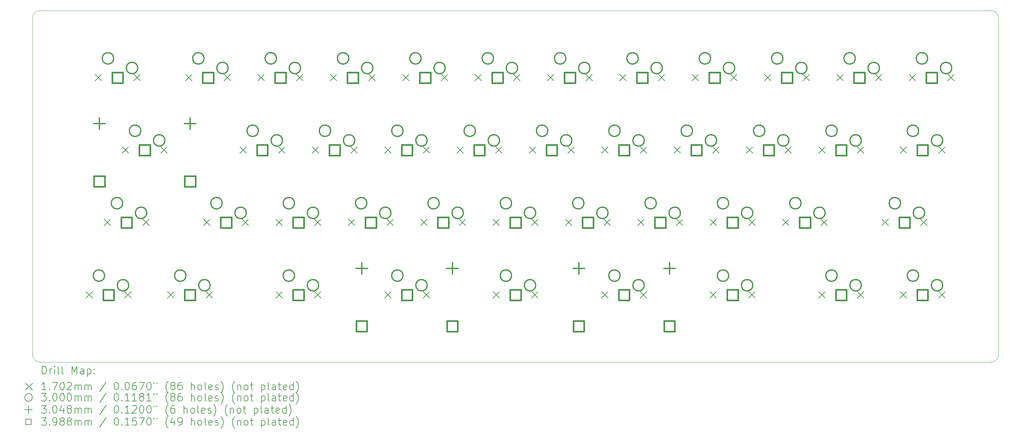
<source format=gbr>
%TF.GenerationSoftware,KiCad,Pcbnew,9.99.0-5522-g400384cf72*%
%TF.CreationDate,2026-02-12T00:01:32-08:00*%
%TF.ProjectId,amb-kb,616d622d-6b62-42e6-9b69-6361645f7063,rev?*%
%TF.SameCoordinates,Original*%
%TF.FileFunction,Drillmap*%
%TF.FilePolarity,Positive*%
%FSLAX45Y45*%
G04 Gerber Fmt 4.5, Leading zero omitted, Abs format (unit mm)*
G04 Created by KiCad (PCBNEW 9.99.0-5522-g400384cf72) date 2026-02-12 00:01:32*
%MOMM*%
%LPD*%
G01*
G04 APERTURE LIST*
%ADD10C,0.050000*%
%ADD11C,0.200000*%
%ADD12C,0.170180*%
%ADD13C,0.300000*%
%ADD14C,0.304800*%
%ADD15C,0.398780*%
G04 APERTURE END LIST*
D10*
X2217358Y-5414760D02*
X2217358Y-5414760D01*
G75*
G02*
X2417358Y-5214760I200002J0D01*
G01*
X27455450Y-5214760D01*
G75*
G02*
X27655450Y-5414760I0J-200000D01*
G01*
X27655450Y-14260341D01*
G75*
G02*
X27455450Y-14460341I-200000J1D01*
G01*
X2417358Y-14460341D01*
G75*
G02*
X2217358Y-14260341I2J200001D01*
G01*
X2217358Y-5414760D01*
D11*
D12*
X3627743Y-12609880D02*
X3797923Y-12780060D01*
X3797923Y-12609880D02*
X3627743Y-12780060D01*
X3865868Y-6894880D02*
X4036048Y-7065060D01*
X4036048Y-6894880D02*
X3865868Y-7065060D01*
X4103993Y-10704880D02*
X4274173Y-10875060D01*
X4274173Y-10704880D02*
X4103993Y-10875060D01*
X4580243Y-8799880D02*
X4750423Y-8970060D01*
X4750423Y-8799880D02*
X4580243Y-8970060D01*
X4643743Y-12609880D02*
X4813923Y-12780060D01*
X4813923Y-12609880D02*
X4643743Y-12780060D01*
X4881868Y-6894880D02*
X5052048Y-7065060D01*
X5052048Y-6894880D02*
X4881868Y-7065060D01*
X5119993Y-10704880D02*
X5290173Y-10875060D01*
X5290173Y-10704880D02*
X5119993Y-10875060D01*
X5596243Y-8799880D02*
X5766423Y-8970060D01*
X5766423Y-8799880D02*
X5596243Y-8970060D01*
X5770868Y-12609880D02*
X5941048Y-12780060D01*
X5941048Y-12609880D02*
X5770868Y-12780060D01*
X6247118Y-6894880D02*
X6417298Y-7065060D01*
X6417298Y-6894880D02*
X6247118Y-7065060D01*
X6723368Y-10704880D02*
X6893548Y-10875060D01*
X6893548Y-10704880D02*
X6723368Y-10875060D01*
X6786868Y-12609880D02*
X6957048Y-12780060D01*
X6957048Y-12609880D02*
X6786868Y-12780060D01*
X7263118Y-6894880D02*
X7433298Y-7065060D01*
X7433298Y-6894880D02*
X7263118Y-7065060D01*
X7675868Y-8799880D02*
X7846048Y-8970060D01*
X7846048Y-8799880D02*
X7675868Y-8970060D01*
X7739368Y-10704880D02*
X7909548Y-10875060D01*
X7909548Y-10704880D02*
X7739368Y-10875060D01*
X8152118Y-6894880D02*
X8322298Y-7065060D01*
X8322298Y-6894880D02*
X8152118Y-7065060D01*
X8628368Y-10704880D02*
X8798548Y-10875060D01*
X8798548Y-10704880D02*
X8628368Y-10875060D01*
X8628368Y-12609880D02*
X8798548Y-12780060D01*
X8798548Y-12609880D02*
X8628368Y-12780060D01*
X8691868Y-8799880D02*
X8862048Y-8970060D01*
X8862048Y-8799880D02*
X8691868Y-8970060D01*
X9168118Y-6894880D02*
X9338298Y-7065060D01*
X9338298Y-6894880D02*
X9168118Y-7065060D01*
X9580868Y-8799880D02*
X9751048Y-8970060D01*
X9751048Y-8799880D02*
X9580868Y-8970060D01*
X9644368Y-10704880D02*
X9814548Y-10875060D01*
X9814548Y-10704880D02*
X9644368Y-10875060D01*
X9644368Y-12609880D02*
X9814548Y-12780060D01*
X9814548Y-12609880D02*
X9644368Y-12780060D01*
X10057118Y-6894880D02*
X10227298Y-7065060D01*
X10227298Y-6894880D02*
X10057118Y-7065060D01*
X10533368Y-10704880D02*
X10703548Y-10875060D01*
X10703548Y-10704880D02*
X10533368Y-10875060D01*
X10596868Y-8799880D02*
X10767048Y-8970060D01*
X10767048Y-8799880D02*
X10596868Y-8970060D01*
X11073118Y-6894880D02*
X11243298Y-7065060D01*
X11243298Y-6894880D02*
X11073118Y-7065060D01*
X11485868Y-8799880D02*
X11656048Y-8970060D01*
X11656048Y-8799880D02*
X11485868Y-8970060D01*
X11485868Y-12609880D02*
X11656048Y-12780060D01*
X11656048Y-12609880D02*
X11485868Y-12780060D01*
X11549368Y-10704880D02*
X11719548Y-10875060D01*
X11719548Y-10704880D02*
X11549368Y-10875060D01*
X11962118Y-6894880D02*
X12132298Y-7065060D01*
X12132298Y-6894880D02*
X11962118Y-7065060D01*
X12438368Y-10704880D02*
X12608548Y-10875060D01*
X12608548Y-10704880D02*
X12438368Y-10875060D01*
X12501868Y-8799880D02*
X12672048Y-8970060D01*
X12672048Y-8799880D02*
X12501868Y-8970060D01*
X12501868Y-12609880D02*
X12672048Y-12780060D01*
X12672048Y-12609880D02*
X12501868Y-12780060D01*
X12978118Y-6894880D02*
X13148298Y-7065060D01*
X13148298Y-6894880D02*
X12978118Y-7065060D01*
X13390868Y-8799880D02*
X13561048Y-8970060D01*
X13561048Y-8799880D02*
X13390868Y-8970060D01*
X13454368Y-10704880D02*
X13624548Y-10875060D01*
X13624548Y-10704880D02*
X13454368Y-10875060D01*
X13867118Y-6894880D02*
X14037298Y-7065060D01*
X14037298Y-6894880D02*
X13867118Y-7065060D01*
X14343368Y-10704880D02*
X14513548Y-10875060D01*
X14513548Y-10704880D02*
X14343368Y-10875060D01*
X14343368Y-12609880D02*
X14513548Y-12780060D01*
X14513548Y-12609880D02*
X14343368Y-12780060D01*
X14406868Y-8799880D02*
X14577048Y-8970060D01*
X14577048Y-8799880D02*
X14406868Y-8970060D01*
X14883118Y-6894880D02*
X15053298Y-7065060D01*
X15053298Y-6894880D02*
X14883118Y-7065060D01*
X15295868Y-8799880D02*
X15466048Y-8970060D01*
X15466048Y-8799880D02*
X15295868Y-8970060D01*
X15359368Y-10704880D02*
X15529548Y-10875060D01*
X15529548Y-10704880D02*
X15359368Y-10875060D01*
X15359368Y-12609880D02*
X15529548Y-12780060D01*
X15529548Y-12609880D02*
X15359368Y-12780060D01*
X15772118Y-6894880D02*
X15942298Y-7065060D01*
X15942298Y-6894880D02*
X15772118Y-7065060D01*
X16248368Y-10704880D02*
X16418548Y-10875060D01*
X16418548Y-10704880D02*
X16248368Y-10875060D01*
X16311868Y-8799880D02*
X16482048Y-8970060D01*
X16482048Y-8799880D02*
X16311868Y-8970060D01*
X16788118Y-6894880D02*
X16958298Y-7065060D01*
X16958298Y-6894880D02*
X16788118Y-7065060D01*
X17200868Y-8799880D02*
X17371048Y-8970060D01*
X17371048Y-8799880D02*
X17200868Y-8970060D01*
X17200868Y-12609880D02*
X17371048Y-12780060D01*
X17371048Y-12609880D02*
X17200868Y-12780060D01*
X17264368Y-10704880D02*
X17434548Y-10875060D01*
X17434548Y-10704880D02*
X17264368Y-10875060D01*
X17677118Y-6894880D02*
X17847298Y-7065060D01*
X17847298Y-6894880D02*
X17677118Y-7065060D01*
X18153368Y-10704880D02*
X18323548Y-10875060D01*
X18323548Y-10704880D02*
X18153368Y-10875060D01*
X18216868Y-8799880D02*
X18387048Y-8970060D01*
X18387048Y-8799880D02*
X18216868Y-8970060D01*
X18216868Y-12609880D02*
X18387048Y-12780060D01*
X18387048Y-12609880D02*
X18216868Y-12780060D01*
X18693118Y-6894880D02*
X18863298Y-7065060D01*
X18863298Y-6894880D02*
X18693118Y-7065060D01*
X19105868Y-8799880D02*
X19276048Y-8970060D01*
X19276048Y-8799880D02*
X19105868Y-8970060D01*
X19169368Y-10704880D02*
X19339548Y-10875060D01*
X19339548Y-10704880D02*
X19169368Y-10875060D01*
X19582118Y-6894880D02*
X19752298Y-7065060D01*
X19752298Y-6894880D02*
X19582118Y-7065060D01*
X20058368Y-10704880D02*
X20228548Y-10875060D01*
X20228548Y-10704880D02*
X20058368Y-10875060D01*
X20058368Y-12609880D02*
X20228548Y-12780060D01*
X20228548Y-12609880D02*
X20058368Y-12780060D01*
X20121868Y-8799880D02*
X20292048Y-8970060D01*
X20292048Y-8799880D02*
X20121868Y-8970060D01*
X20598118Y-6894880D02*
X20768298Y-7065060D01*
X20768298Y-6894880D02*
X20598118Y-7065060D01*
X21010868Y-8799880D02*
X21181048Y-8970060D01*
X21181048Y-8799880D02*
X21010868Y-8970060D01*
X21074368Y-10704880D02*
X21244548Y-10875060D01*
X21244548Y-10704880D02*
X21074368Y-10875060D01*
X21074368Y-12609880D02*
X21244548Y-12780060D01*
X21244548Y-12609880D02*
X21074368Y-12780060D01*
X21487118Y-6894880D02*
X21657298Y-7065060D01*
X21657298Y-6894880D02*
X21487118Y-7065060D01*
X21963368Y-10704880D02*
X22133548Y-10875060D01*
X22133548Y-10704880D02*
X21963368Y-10875060D01*
X22026868Y-8799880D02*
X22197048Y-8970060D01*
X22197048Y-8799880D02*
X22026868Y-8970060D01*
X22503118Y-6894880D02*
X22673298Y-7065060D01*
X22673298Y-6894880D02*
X22503118Y-7065060D01*
X22915868Y-8799880D02*
X23086048Y-8970060D01*
X23086048Y-8799880D02*
X22915868Y-8970060D01*
X22915868Y-12609880D02*
X23086048Y-12780060D01*
X23086048Y-12609880D02*
X22915868Y-12780060D01*
X22979368Y-10704880D02*
X23149548Y-10875060D01*
X23149548Y-10704880D02*
X22979368Y-10875060D01*
X23392118Y-6894880D02*
X23562298Y-7065060D01*
X23562298Y-6894880D02*
X23392118Y-7065060D01*
X23931868Y-8799880D02*
X24102048Y-8970060D01*
X24102048Y-8799880D02*
X23931868Y-8970060D01*
X23931868Y-12609880D02*
X24102048Y-12780060D01*
X24102048Y-12609880D02*
X23931868Y-12780060D01*
X24408118Y-6894880D02*
X24578298Y-7065060D01*
X24578298Y-6894880D02*
X24408118Y-7065060D01*
X24582743Y-10704880D02*
X24752923Y-10875060D01*
X24752923Y-10704880D02*
X24582743Y-10875060D01*
X25058993Y-8799880D02*
X25229173Y-8970060D01*
X25229173Y-8799880D02*
X25058993Y-8970060D01*
X25058993Y-12609880D02*
X25229173Y-12780060D01*
X25229173Y-12609880D02*
X25058993Y-12780060D01*
X25297118Y-6894880D02*
X25467298Y-7065060D01*
X25467298Y-6894880D02*
X25297118Y-7065060D01*
X25598743Y-10704880D02*
X25768923Y-10875060D01*
X25768923Y-10704880D02*
X25598743Y-10875060D01*
X26074993Y-8799880D02*
X26245173Y-8970060D01*
X26245173Y-8799880D02*
X26074993Y-8970060D01*
X26074993Y-12609880D02*
X26245173Y-12780060D01*
X26245173Y-12609880D02*
X26074993Y-12780060D01*
X26313118Y-6894880D02*
X26483298Y-7065060D01*
X26483298Y-6894880D02*
X26313118Y-7065060D01*
D13*
X4116833Y-12186970D02*
G75*
G02*
X3816833Y-12186970I-150000J0D01*
G01*
X3816833Y-12186970D02*
G75*
G02*
X4116833Y-12186970I150000J0D01*
G01*
X4354958Y-6471970D02*
G75*
G02*
X4054958Y-6471970I-150000J0D01*
G01*
X4054958Y-6471970D02*
G75*
G02*
X4354958Y-6471970I150000J0D01*
G01*
X4593083Y-10281970D02*
G75*
G02*
X4293083Y-10281970I-150000J0D01*
G01*
X4293083Y-10281970D02*
G75*
G02*
X4593083Y-10281970I150000J0D01*
G01*
X4751833Y-12440970D02*
G75*
G02*
X4451833Y-12440970I-150000J0D01*
G01*
X4451833Y-12440970D02*
G75*
G02*
X4751833Y-12440970I150000J0D01*
G01*
X4989958Y-6725970D02*
G75*
G02*
X4689958Y-6725970I-150000J0D01*
G01*
X4689958Y-6725970D02*
G75*
G02*
X4989958Y-6725970I150000J0D01*
G01*
X5069333Y-8376970D02*
G75*
G02*
X4769333Y-8376970I-150000J0D01*
G01*
X4769333Y-8376970D02*
G75*
G02*
X5069333Y-8376970I150000J0D01*
G01*
X5228083Y-10535970D02*
G75*
G02*
X4928083Y-10535970I-150000J0D01*
G01*
X4928083Y-10535970D02*
G75*
G02*
X5228083Y-10535970I150000J0D01*
G01*
X5704333Y-8630970D02*
G75*
G02*
X5404333Y-8630970I-150000J0D01*
G01*
X5404333Y-8630970D02*
G75*
G02*
X5704333Y-8630970I150000J0D01*
G01*
X6259958Y-12186970D02*
G75*
G02*
X5959958Y-12186970I-150000J0D01*
G01*
X5959958Y-12186970D02*
G75*
G02*
X6259958Y-12186970I150000J0D01*
G01*
X6736208Y-6471970D02*
G75*
G02*
X6436208Y-6471970I-150000J0D01*
G01*
X6436208Y-6471970D02*
G75*
G02*
X6736208Y-6471970I150000J0D01*
G01*
X6894958Y-12440970D02*
G75*
G02*
X6594958Y-12440970I-150000J0D01*
G01*
X6594958Y-12440970D02*
G75*
G02*
X6894958Y-12440970I150000J0D01*
G01*
X7212458Y-10281970D02*
G75*
G02*
X6912458Y-10281970I-150000J0D01*
G01*
X6912458Y-10281970D02*
G75*
G02*
X7212458Y-10281970I150000J0D01*
G01*
X7371208Y-6725970D02*
G75*
G02*
X7071208Y-6725970I-150000J0D01*
G01*
X7071208Y-6725970D02*
G75*
G02*
X7371208Y-6725970I150000J0D01*
G01*
X7847458Y-10535970D02*
G75*
G02*
X7547458Y-10535970I-150000J0D01*
G01*
X7547458Y-10535970D02*
G75*
G02*
X7847458Y-10535970I150000J0D01*
G01*
X8164958Y-8376970D02*
G75*
G02*
X7864958Y-8376970I-150000J0D01*
G01*
X7864958Y-8376970D02*
G75*
G02*
X8164958Y-8376970I150000J0D01*
G01*
X8641208Y-6471970D02*
G75*
G02*
X8341208Y-6471970I-150000J0D01*
G01*
X8341208Y-6471970D02*
G75*
G02*
X8641208Y-6471970I150000J0D01*
G01*
X8799958Y-8630970D02*
G75*
G02*
X8499958Y-8630970I-150000J0D01*
G01*
X8499958Y-8630970D02*
G75*
G02*
X8799958Y-8630970I150000J0D01*
G01*
X9117458Y-10281970D02*
G75*
G02*
X8817458Y-10281970I-150000J0D01*
G01*
X8817458Y-10281970D02*
G75*
G02*
X9117458Y-10281970I150000J0D01*
G01*
X9117458Y-12186970D02*
G75*
G02*
X8817458Y-12186970I-150000J0D01*
G01*
X8817458Y-12186970D02*
G75*
G02*
X9117458Y-12186970I150000J0D01*
G01*
X9276208Y-6725970D02*
G75*
G02*
X8976208Y-6725970I-150000J0D01*
G01*
X8976208Y-6725970D02*
G75*
G02*
X9276208Y-6725970I150000J0D01*
G01*
X9752458Y-10535970D02*
G75*
G02*
X9452458Y-10535970I-150000J0D01*
G01*
X9452458Y-10535970D02*
G75*
G02*
X9752458Y-10535970I150000J0D01*
G01*
X9752458Y-12440970D02*
G75*
G02*
X9452458Y-12440970I-150000J0D01*
G01*
X9452458Y-12440970D02*
G75*
G02*
X9752458Y-12440970I150000J0D01*
G01*
X10069958Y-8376970D02*
G75*
G02*
X9769958Y-8376970I-150000J0D01*
G01*
X9769958Y-8376970D02*
G75*
G02*
X10069958Y-8376970I150000J0D01*
G01*
X10546208Y-6471970D02*
G75*
G02*
X10246208Y-6471970I-150000J0D01*
G01*
X10246208Y-6471970D02*
G75*
G02*
X10546208Y-6471970I150000J0D01*
G01*
X10704958Y-8630970D02*
G75*
G02*
X10404958Y-8630970I-150000J0D01*
G01*
X10404958Y-8630970D02*
G75*
G02*
X10704958Y-8630970I150000J0D01*
G01*
X11022458Y-10281970D02*
G75*
G02*
X10722458Y-10281970I-150000J0D01*
G01*
X10722458Y-10281970D02*
G75*
G02*
X11022458Y-10281970I150000J0D01*
G01*
X11181208Y-6725970D02*
G75*
G02*
X10881208Y-6725970I-150000J0D01*
G01*
X10881208Y-6725970D02*
G75*
G02*
X11181208Y-6725970I150000J0D01*
G01*
X11657458Y-10535970D02*
G75*
G02*
X11357458Y-10535970I-150000J0D01*
G01*
X11357458Y-10535970D02*
G75*
G02*
X11657458Y-10535970I150000J0D01*
G01*
X11974958Y-8376970D02*
G75*
G02*
X11674958Y-8376970I-150000J0D01*
G01*
X11674958Y-8376970D02*
G75*
G02*
X11974958Y-8376970I150000J0D01*
G01*
X11974958Y-12186970D02*
G75*
G02*
X11674958Y-12186970I-150000J0D01*
G01*
X11674958Y-12186970D02*
G75*
G02*
X11974958Y-12186970I150000J0D01*
G01*
X12451208Y-6471970D02*
G75*
G02*
X12151208Y-6471970I-150000J0D01*
G01*
X12151208Y-6471970D02*
G75*
G02*
X12451208Y-6471970I150000J0D01*
G01*
X12609958Y-8630970D02*
G75*
G02*
X12309958Y-8630970I-150000J0D01*
G01*
X12309958Y-8630970D02*
G75*
G02*
X12609958Y-8630970I150000J0D01*
G01*
X12609958Y-12440970D02*
G75*
G02*
X12309958Y-12440970I-150000J0D01*
G01*
X12309958Y-12440970D02*
G75*
G02*
X12609958Y-12440970I150000J0D01*
G01*
X12927458Y-10281970D02*
G75*
G02*
X12627458Y-10281970I-150000J0D01*
G01*
X12627458Y-10281970D02*
G75*
G02*
X12927458Y-10281970I150000J0D01*
G01*
X13086208Y-6725970D02*
G75*
G02*
X12786208Y-6725970I-150000J0D01*
G01*
X12786208Y-6725970D02*
G75*
G02*
X13086208Y-6725970I150000J0D01*
G01*
X13562458Y-10535970D02*
G75*
G02*
X13262458Y-10535970I-150000J0D01*
G01*
X13262458Y-10535970D02*
G75*
G02*
X13562458Y-10535970I150000J0D01*
G01*
X13879958Y-8376970D02*
G75*
G02*
X13579958Y-8376970I-150000J0D01*
G01*
X13579958Y-8376970D02*
G75*
G02*
X13879958Y-8376970I150000J0D01*
G01*
X14356208Y-6471970D02*
G75*
G02*
X14056208Y-6471970I-150000J0D01*
G01*
X14056208Y-6471970D02*
G75*
G02*
X14356208Y-6471970I150000J0D01*
G01*
X14514958Y-8630970D02*
G75*
G02*
X14214958Y-8630970I-150000J0D01*
G01*
X14214958Y-8630970D02*
G75*
G02*
X14514958Y-8630970I150000J0D01*
G01*
X14832458Y-10281970D02*
G75*
G02*
X14532458Y-10281970I-150000J0D01*
G01*
X14532458Y-10281970D02*
G75*
G02*
X14832458Y-10281970I150000J0D01*
G01*
X14832458Y-12186970D02*
G75*
G02*
X14532458Y-12186970I-150000J0D01*
G01*
X14532458Y-12186970D02*
G75*
G02*
X14832458Y-12186970I150000J0D01*
G01*
X14991208Y-6725970D02*
G75*
G02*
X14691208Y-6725970I-150000J0D01*
G01*
X14691208Y-6725970D02*
G75*
G02*
X14991208Y-6725970I150000J0D01*
G01*
X15467458Y-10535970D02*
G75*
G02*
X15167458Y-10535970I-150000J0D01*
G01*
X15167458Y-10535970D02*
G75*
G02*
X15467458Y-10535970I150000J0D01*
G01*
X15467458Y-12440970D02*
G75*
G02*
X15167458Y-12440970I-150000J0D01*
G01*
X15167458Y-12440970D02*
G75*
G02*
X15467458Y-12440970I150000J0D01*
G01*
X15784958Y-8376970D02*
G75*
G02*
X15484958Y-8376970I-150000J0D01*
G01*
X15484958Y-8376970D02*
G75*
G02*
X15784958Y-8376970I150000J0D01*
G01*
X16261208Y-6471970D02*
G75*
G02*
X15961208Y-6471970I-150000J0D01*
G01*
X15961208Y-6471970D02*
G75*
G02*
X16261208Y-6471970I150000J0D01*
G01*
X16419958Y-8630970D02*
G75*
G02*
X16119958Y-8630970I-150000J0D01*
G01*
X16119958Y-8630970D02*
G75*
G02*
X16419958Y-8630970I150000J0D01*
G01*
X16737458Y-10281970D02*
G75*
G02*
X16437458Y-10281970I-150000J0D01*
G01*
X16437458Y-10281970D02*
G75*
G02*
X16737458Y-10281970I150000J0D01*
G01*
X16896208Y-6725970D02*
G75*
G02*
X16596208Y-6725970I-150000J0D01*
G01*
X16596208Y-6725970D02*
G75*
G02*
X16896208Y-6725970I150000J0D01*
G01*
X17372458Y-10535970D02*
G75*
G02*
X17072458Y-10535970I-150000J0D01*
G01*
X17072458Y-10535970D02*
G75*
G02*
X17372458Y-10535970I150000J0D01*
G01*
X17689958Y-8376970D02*
G75*
G02*
X17389958Y-8376970I-150000J0D01*
G01*
X17389958Y-8376970D02*
G75*
G02*
X17689958Y-8376970I150000J0D01*
G01*
X17689958Y-12186970D02*
G75*
G02*
X17389958Y-12186970I-150000J0D01*
G01*
X17389958Y-12186970D02*
G75*
G02*
X17689958Y-12186970I150000J0D01*
G01*
X18166208Y-6471970D02*
G75*
G02*
X17866208Y-6471970I-150000J0D01*
G01*
X17866208Y-6471970D02*
G75*
G02*
X18166208Y-6471970I150000J0D01*
G01*
X18324958Y-8630970D02*
G75*
G02*
X18024958Y-8630970I-150000J0D01*
G01*
X18024958Y-8630970D02*
G75*
G02*
X18324958Y-8630970I150000J0D01*
G01*
X18324958Y-12440970D02*
G75*
G02*
X18024958Y-12440970I-150000J0D01*
G01*
X18024958Y-12440970D02*
G75*
G02*
X18324958Y-12440970I150000J0D01*
G01*
X18642458Y-10281970D02*
G75*
G02*
X18342458Y-10281970I-150000J0D01*
G01*
X18342458Y-10281970D02*
G75*
G02*
X18642458Y-10281970I150000J0D01*
G01*
X18801208Y-6725970D02*
G75*
G02*
X18501208Y-6725970I-150000J0D01*
G01*
X18501208Y-6725970D02*
G75*
G02*
X18801208Y-6725970I150000J0D01*
G01*
X19277458Y-10535970D02*
G75*
G02*
X18977458Y-10535970I-150000J0D01*
G01*
X18977458Y-10535970D02*
G75*
G02*
X19277458Y-10535970I150000J0D01*
G01*
X19594958Y-8376970D02*
G75*
G02*
X19294958Y-8376970I-150000J0D01*
G01*
X19294958Y-8376970D02*
G75*
G02*
X19594958Y-8376970I150000J0D01*
G01*
X20071208Y-6471970D02*
G75*
G02*
X19771208Y-6471970I-150000J0D01*
G01*
X19771208Y-6471970D02*
G75*
G02*
X20071208Y-6471970I150000J0D01*
G01*
X20229958Y-8630970D02*
G75*
G02*
X19929958Y-8630970I-150000J0D01*
G01*
X19929958Y-8630970D02*
G75*
G02*
X20229958Y-8630970I150000J0D01*
G01*
X20547458Y-10281970D02*
G75*
G02*
X20247458Y-10281970I-150000J0D01*
G01*
X20247458Y-10281970D02*
G75*
G02*
X20547458Y-10281970I150000J0D01*
G01*
X20547458Y-12186970D02*
G75*
G02*
X20247458Y-12186970I-150000J0D01*
G01*
X20247458Y-12186970D02*
G75*
G02*
X20547458Y-12186970I150000J0D01*
G01*
X20706208Y-6725970D02*
G75*
G02*
X20406208Y-6725970I-150000J0D01*
G01*
X20406208Y-6725970D02*
G75*
G02*
X20706208Y-6725970I150000J0D01*
G01*
X21182458Y-10535970D02*
G75*
G02*
X20882458Y-10535970I-150000J0D01*
G01*
X20882458Y-10535970D02*
G75*
G02*
X21182458Y-10535970I150000J0D01*
G01*
X21182458Y-12440970D02*
G75*
G02*
X20882458Y-12440970I-150000J0D01*
G01*
X20882458Y-12440970D02*
G75*
G02*
X21182458Y-12440970I150000J0D01*
G01*
X21499958Y-8376970D02*
G75*
G02*
X21199958Y-8376970I-150000J0D01*
G01*
X21199958Y-8376970D02*
G75*
G02*
X21499958Y-8376970I150000J0D01*
G01*
X21976208Y-6471970D02*
G75*
G02*
X21676208Y-6471970I-150000J0D01*
G01*
X21676208Y-6471970D02*
G75*
G02*
X21976208Y-6471970I150000J0D01*
G01*
X22134958Y-8630970D02*
G75*
G02*
X21834958Y-8630970I-150000J0D01*
G01*
X21834958Y-8630970D02*
G75*
G02*
X22134958Y-8630970I150000J0D01*
G01*
X22452458Y-10281970D02*
G75*
G02*
X22152458Y-10281970I-150000J0D01*
G01*
X22152458Y-10281970D02*
G75*
G02*
X22452458Y-10281970I150000J0D01*
G01*
X22611208Y-6725970D02*
G75*
G02*
X22311208Y-6725970I-150000J0D01*
G01*
X22311208Y-6725970D02*
G75*
G02*
X22611208Y-6725970I150000J0D01*
G01*
X23087458Y-10535970D02*
G75*
G02*
X22787458Y-10535970I-150000J0D01*
G01*
X22787458Y-10535970D02*
G75*
G02*
X23087458Y-10535970I150000J0D01*
G01*
X23404958Y-8376970D02*
G75*
G02*
X23104958Y-8376970I-150000J0D01*
G01*
X23104958Y-8376970D02*
G75*
G02*
X23404958Y-8376970I150000J0D01*
G01*
X23404958Y-12186970D02*
G75*
G02*
X23104958Y-12186970I-150000J0D01*
G01*
X23104958Y-12186970D02*
G75*
G02*
X23404958Y-12186970I150000J0D01*
G01*
X23881208Y-6471970D02*
G75*
G02*
X23581208Y-6471970I-150000J0D01*
G01*
X23581208Y-6471970D02*
G75*
G02*
X23881208Y-6471970I150000J0D01*
G01*
X24039958Y-8630970D02*
G75*
G02*
X23739958Y-8630970I-150000J0D01*
G01*
X23739958Y-8630970D02*
G75*
G02*
X24039958Y-8630970I150000J0D01*
G01*
X24039958Y-12440970D02*
G75*
G02*
X23739958Y-12440970I-150000J0D01*
G01*
X23739958Y-12440970D02*
G75*
G02*
X24039958Y-12440970I150000J0D01*
G01*
X24516208Y-6725970D02*
G75*
G02*
X24216208Y-6725970I-150000J0D01*
G01*
X24216208Y-6725970D02*
G75*
G02*
X24516208Y-6725970I150000J0D01*
G01*
X25071833Y-10281970D02*
G75*
G02*
X24771833Y-10281970I-150000J0D01*
G01*
X24771833Y-10281970D02*
G75*
G02*
X25071833Y-10281970I150000J0D01*
G01*
X25548083Y-8376970D02*
G75*
G02*
X25248083Y-8376970I-150000J0D01*
G01*
X25248083Y-8376970D02*
G75*
G02*
X25548083Y-8376970I150000J0D01*
G01*
X25548083Y-12186970D02*
G75*
G02*
X25248083Y-12186970I-150000J0D01*
G01*
X25248083Y-12186970D02*
G75*
G02*
X25548083Y-12186970I150000J0D01*
G01*
X25706833Y-10535970D02*
G75*
G02*
X25406833Y-10535970I-150000J0D01*
G01*
X25406833Y-10535970D02*
G75*
G02*
X25706833Y-10535970I150000J0D01*
G01*
X25786208Y-6471970D02*
G75*
G02*
X25486208Y-6471970I-150000J0D01*
G01*
X25486208Y-6471970D02*
G75*
G02*
X25786208Y-6471970I150000J0D01*
G01*
X26183083Y-8630970D02*
G75*
G02*
X25883083Y-8630970I-150000J0D01*
G01*
X25883083Y-8630970D02*
G75*
G02*
X26183083Y-8630970I150000J0D01*
G01*
X26183083Y-12440970D02*
G75*
G02*
X25883083Y-12440970I-150000J0D01*
G01*
X25883083Y-12440970D02*
G75*
G02*
X26183083Y-12440970I150000J0D01*
G01*
X26421208Y-6725970D02*
G75*
G02*
X26121208Y-6725970I-150000J0D01*
G01*
X26121208Y-6725970D02*
G75*
G02*
X26421208Y-6725970I150000J0D01*
G01*
D14*
X3979533Y-8034070D02*
X3979533Y-8338870D01*
X3827133Y-8186470D02*
X4131933Y-8186470D01*
X6367133Y-8034070D02*
X6367133Y-8338870D01*
X6214733Y-8186470D02*
X6519533Y-8186470D01*
X10885158Y-11844070D02*
X10885158Y-12148870D01*
X10732758Y-11996470D02*
X11037558Y-11996470D01*
X13272758Y-11844070D02*
X13272758Y-12148870D01*
X13120358Y-11996470D02*
X13425158Y-11996470D01*
X16600158Y-11844070D02*
X16600158Y-12148870D01*
X16447758Y-11996470D02*
X16752558Y-11996470D01*
X18987758Y-11844070D02*
X18987758Y-12148870D01*
X18835358Y-11996470D02*
X19140158Y-11996470D01*
D15*
X4120525Y-9851462D02*
X4120525Y-9569479D01*
X3838542Y-9569479D01*
X3838542Y-9851462D01*
X4120525Y-9851462D01*
X4361825Y-12835961D02*
X4361825Y-12553979D01*
X4079842Y-12553979D01*
X4079842Y-12835961D01*
X4361825Y-12835961D01*
X4599950Y-7120961D02*
X4599950Y-6838979D01*
X4317967Y-6838979D01*
X4317967Y-7120961D01*
X4599950Y-7120961D01*
X4838075Y-10930962D02*
X4838075Y-10648979D01*
X4556092Y-10648979D01*
X4556092Y-10930962D01*
X4838075Y-10930962D01*
X5314325Y-9025962D02*
X5314325Y-8743979D01*
X5032342Y-8743979D01*
X5032342Y-9025962D01*
X5314325Y-9025962D01*
X6504950Y-12835961D02*
X6504950Y-12553979D01*
X6222967Y-12553979D01*
X6222967Y-12835961D01*
X6504950Y-12835961D01*
X6508125Y-9851462D02*
X6508125Y-9569479D01*
X6226142Y-9569479D01*
X6226142Y-9851462D01*
X6508125Y-9851462D01*
X6981200Y-7120961D02*
X6981200Y-6838979D01*
X6699217Y-6838979D01*
X6699217Y-7120961D01*
X6981200Y-7120961D01*
X7457450Y-10930962D02*
X7457450Y-10648979D01*
X7175467Y-10648979D01*
X7175467Y-10930962D01*
X7457450Y-10930962D01*
X8409950Y-9025962D02*
X8409950Y-8743979D01*
X8127967Y-8743979D01*
X8127967Y-9025962D01*
X8409950Y-9025962D01*
X8886200Y-7120961D02*
X8886200Y-6838979D01*
X8604217Y-6838979D01*
X8604217Y-7120961D01*
X8886200Y-7120961D01*
X9362450Y-10930962D02*
X9362450Y-10648979D01*
X9080467Y-10648979D01*
X9080467Y-10930962D01*
X9362450Y-10930962D01*
X9362450Y-12835961D02*
X9362450Y-12553979D01*
X9080467Y-12553979D01*
X9080467Y-12835961D01*
X9362450Y-12835961D01*
X10314950Y-9025962D02*
X10314950Y-8743979D01*
X10032967Y-8743979D01*
X10032967Y-9025962D01*
X10314950Y-9025962D01*
X10791200Y-7120961D02*
X10791200Y-6838979D01*
X10509217Y-6838979D01*
X10509217Y-7120961D01*
X10791200Y-7120961D01*
X11026150Y-13661461D02*
X11026150Y-13379479D01*
X10744167Y-13379479D01*
X10744167Y-13661461D01*
X11026150Y-13661461D01*
X11267450Y-10930962D02*
X11267450Y-10648979D01*
X10985467Y-10648979D01*
X10985467Y-10930962D01*
X11267450Y-10930962D01*
X12219950Y-9025962D02*
X12219950Y-8743979D01*
X11937967Y-8743979D01*
X11937967Y-9025962D01*
X12219950Y-9025962D01*
X12219950Y-12835961D02*
X12219950Y-12553979D01*
X11937967Y-12553979D01*
X11937967Y-12835961D01*
X12219950Y-12835961D01*
X12696200Y-7120961D02*
X12696200Y-6838979D01*
X12414217Y-6838979D01*
X12414217Y-7120961D01*
X12696200Y-7120961D01*
X13172450Y-10930962D02*
X13172450Y-10648979D01*
X12890467Y-10648979D01*
X12890467Y-10930962D01*
X13172450Y-10930962D01*
X13413750Y-13661461D02*
X13413750Y-13379479D01*
X13131767Y-13379479D01*
X13131767Y-13661461D01*
X13413750Y-13661461D01*
X14124950Y-9025962D02*
X14124950Y-8743979D01*
X13842967Y-8743979D01*
X13842967Y-9025962D01*
X14124950Y-9025962D01*
X14601200Y-7120961D02*
X14601200Y-6838979D01*
X14319217Y-6838979D01*
X14319217Y-7120961D01*
X14601200Y-7120961D01*
X15077450Y-10930962D02*
X15077450Y-10648979D01*
X14795467Y-10648979D01*
X14795467Y-10930962D01*
X15077450Y-10930962D01*
X15077450Y-12835961D02*
X15077450Y-12553979D01*
X14795467Y-12553979D01*
X14795467Y-12835961D01*
X15077450Y-12835961D01*
X16029950Y-9025962D02*
X16029950Y-8743979D01*
X15747967Y-8743979D01*
X15747967Y-9025962D01*
X16029950Y-9025962D01*
X16506200Y-7120961D02*
X16506200Y-6838979D01*
X16224217Y-6838979D01*
X16224217Y-7120961D01*
X16506200Y-7120961D01*
X16741150Y-13661461D02*
X16741150Y-13379479D01*
X16459167Y-13379479D01*
X16459167Y-13661461D01*
X16741150Y-13661461D01*
X16982450Y-10930962D02*
X16982450Y-10648979D01*
X16700467Y-10648979D01*
X16700467Y-10930962D01*
X16982450Y-10930962D01*
X17934950Y-9025962D02*
X17934950Y-8743979D01*
X17652967Y-8743979D01*
X17652967Y-9025962D01*
X17934950Y-9025962D01*
X17934950Y-12835961D02*
X17934950Y-12553979D01*
X17652967Y-12553979D01*
X17652967Y-12835961D01*
X17934950Y-12835961D01*
X18411200Y-7120961D02*
X18411200Y-6838979D01*
X18129217Y-6838979D01*
X18129217Y-7120961D01*
X18411200Y-7120961D01*
X18887450Y-10930962D02*
X18887450Y-10648979D01*
X18605467Y-10648979D01*
X18605467Y-10930962D01*
X18887450Y-10930962D01*
X19128750Y-13661461D02*
X19128750Y-13379479D01*
X18846767Y-13379479D01*
X18846767Y-13661461D01*
X19128750Y-13661461D01*
X19839950Y-9025962D02*
X19839950Y-8743979D01*
X19557967Y-8743979D01*
X19557967Y-9025962D01*
X19839950Y-9025962D01*
X20316200Y-7120961D02*
X20316200Y-6838979D01*
X20034217Y-6838979D01*
X20034217Y-7120961D01*
X20316200Y-7120961D01*
X20792450Y-10930962D02*
X20792450Y-10648979D01*
X20510467Y-10648979D01*
X20510467Y-10930962D01*
X20792450Y-10930962D01*
X20792450Y-12835961D02*
X20792450Y-12553979D01*
X20510467Y-12553979D01*
X20510467Y-12835961D01*
X20792450Y-12835961D01*
X21744950Y-9025962D02*
X21744950Y-8743979D01*
X21462967Y-8743979D01*
X21462967Y-9025962D01*
X21744950Y-9025962D01*
X22221200Y-7120961D02*
X22221200Y-6838979D01*
X21939217Y-6838979D01*
X21939217Y-7120961D01*
X22221200Y-7120961D01*
X22697450Y-10930962D02*
X22697450Y-10648979D01*
X22415467Y-10648979D01*
X22415467Y-10930962D01*
X22697450Y-10930962D01*
X23649950Y-9025962D02*
X23649950Y-8743979D01*
X23367967Y-8743979D01*
X23367967Y-9025962D01*
X23649950Y-9025962D01*
X23649950Y-12835961D02*
X23649950Y-12553979D01*
X23367967Y-12553979D01*
X23367967Y-12835961D01*
X23649950Y-12835961D01*
X24126200Y-7120961D02*
X24126200Y-6838979D01*
X23844217Y-6838979D01*
X23844217Y-7120961D01*
X24126200Y-7120961D01*
X25316825Y-10930962D02*
X25316825Y-10648979D01*
X25034842Y-10648979D01*
X25034842Y-10930962D01*
X25316825Y-10930962D01*
X25793075Y-9025962D02*
X25793075Y-8743979D01*
X25511092Y-8743979D01*
X25511092Y-9025962D01*
X25793075Y-9025962D01*
X25793075Y-12835961D02*
X25793075Y-12553979D01*
X25511092Y-12553979D01*
X25511092Y-12835961D01*
X25793075Y-12835961D01*
X26031200Y-7120961D02*
X26031200Y-6838979D01*
X25749217Y-6838979D01*
X25749217Y-7120961D01*
X26031200Y-7120961D01*
D11*
X2475635Y-14774325D02*
X2475635Y-14574325D01*
X2475635Y-14574325D02*
X2523254Y-14574325D01*
X2523254Y-14574325D02*
X2551826Y-14583848D01*
X2551826Y-14583848D02*
X2570873Y-14602896D01*
X2570873Y-14602896D02*
X2580397Y-14621944D01*
X2580397Y-14621944D02*
X2589921Y-14660039D01*
X2589921Y-14660039D02*
X2589921Y-14688610D01*
X2589921Y-14688610D02*
X2580397Y-14726705D01*
X2580397Y-14726705D02*
X2570873Y-14745753D01*
X2570873Y-14745753D02*
X2551826Y-14764801D01*
X2551826Y-14764801D02*
X2523254Y-14774325D01*
X2523254Y-14774325D02*
X2475635Y-14774325D01*
X2675635Y-14774325D02*
X2675635Y-14640991D01*
X2675635Y-14679086D02*
X2685159Y-14660039D01*
X2685159Y-14660039D02*
X2694683Y-14650515D01*
X2694683Y-14650515D02*
X2713730Y-14640991D01*
X2713730Y-14640991D02*
X2732778Y-14640991D01*
X2799445Y-14774325D02*
X2799445Y-14640991D01*
X2799445Y-14574325D02*
X2789921Y-14583848D01*
X2789921Y-14583848D02*
X2799445Y-14593372D01*
X2799445Y-14593372D02*
X2808968Y-14583848D01*
X2808968Y-14583848D02*
X2799445Y-14574325D01*
X2799445Y-14574325D02*
X2799445Y-14593372D01*
X2923254Y-14774325D02*
X2904207Y-14764801D01*
X2904207Y-14764801D02*
X2894683Y-14745753D01*
X2894683Y-14745753D02*
X2894683Y-14574325D01*
X3028016Y-14774325D02*
X3008968Y-14764801D01*
X3008968Y-14764801D02*
X2999445Y-14745753D01*
X2999445Y-14745753D02*
X2999445Y-14574325D01*
X3256588Y-14774325D02*
X3256588Y-14574325D01*
X3256588Y-14574325D02*
X3323254Y-14717182D01*
X3323254Y-14717182D02*
X3389921Y-14574325D01*
X3389921Y-14574325D02*
X3389921Y-14774325D01*
X3570873Y-14774325D02*
X3570873Y-14669563D01*
X3570873Y-14669563D02*
X3561349Y-14650515D01*
X3561349Y-14650515D02*
X3542302Y-14640991D01*
X3542302Y-14640991D02*
X3504207Y-14640991D01*
X3504207Y-14640991D02*
X3485159Y-14650515D01*
X3570873Y-14764801D02*
X3551826Y-14774325D01*
X3551826Y-14774325D02*
X3504207Y-14774325D01*
X3504207Y-14774325D02*
X3485159Y-14764801D01*
X3485159Y-14764801D02*
X3475635Y-14745753D01*
X3475635Y-14745753D02*
X3475635Y-14726705D01*
X3475635Y-14726705D02*
X3485159Y-14707658D01*
X3485159Y-14707658D02*
X3504207Y-14698134D01*
X3504207Y-14698134D02*
X3551826Y-14698134D01*
X3551826Y-14698134D02*
X3570873Y-14688610D01*
X3666111Y-14640991D02*
X3666111Y-14840991D01*
X3666111Y-14650515D02*
X3685159Y-14640991D01*
X3685159Y-14640991D02*
X3723254Y-14640991D01*
X3723254Y-14640991D02*
X3742302Y-14650515D01*
X3742302Y-14650515D02*
X3751826Y-14660039D01*
X3751826Y-14660039D02*
X3761349Y-14679086D01*
X3761349Y-14679086D02*
X3761349Y-14736229D01*
X3761349Y-14736229D02*
X3751826Y-14755277D01*
X3751826Y-14755277D02*
X3742302Y-14764801D01*
X3742302Y-14764801D02*
X3723254Y-14774325D01*
X3723254Y-14774325D02*
X3685159Y-14774325D01*
X3685159Y-14774325D02*
X3666111Y-14764801D01*
X3847064Y-14755277D02*
X3856588Y-14764801D01*
X3856588Y-14764801D02*
X3847064Y-14774325D01*
X3847064Y-14774325D02*
X3837540Y-14764801D01*
X3837540Y-14764801D02*
X3847064Y-14755277D01*
X3847064Y-14755277D02*
X3847064Y-14774325D01*
X3847064Y-14650515D02*
X3856588Y-14660039D01*
X3856588Y-14660039D02*
X3847064Y-14669563D01*
X3847064Y-14669563D02*
X3837540Y-14660039D01*
X3837540Y-14660039D02*
X3847064Y-14650515D01*
X3847064Y-14650515D02*
X3847064Y-14669563D01*
D12*
X2044678Y-15017751D02*
X2214858Y-15187931D01*
X2214858Y-15017751D02*
X2044678Y-15187931D01*
D11*
X2580397Y-15194325D02*
X2466111Y-15194325D01*
X2523254Y-15194325D02*
X2523254Y-14994325D01*
X2523254Y-14994325D02*
X2504207Y-15022896D01*
X2504207Y-15022896D02*
X2485159Y-15041944D01*
X2485159Y-15041944D02*
X2466111Y-15051467D01*
X2666111Y-15175277D02*
X2675635Y-15184801D01*
X2675635Y-15184801D02*
X2666111Y-15194325D01*
X2666111Y-15194325D02*
X2656588Y-15184801D01*
X2656588Y-15184801D02*
X2666111Y-15175277D01*
X2666111Y-15175277D02*
X2666111Y-15194325D01*
X2742302Y-14994325D02*
X2875635Y-14994325D01*
X2875635Y-14994325D02*
X2789921Y-15194325D01*
X2989921Y-14994325D02*
X3008969Y-14994325D01*
X3008969Y-14994325D02*
X3028016Y-15003848D01*
X3028016Y-15003848D02*
X3037540Y-15013372D01*
X3037540Y-15013372D02*
X3047064Y-15032420D01*
X3047064Y-15032420D02*
X3056588Y-15070515D01*
X3056588Y-15070515D02*
X3056588Y-15118134D01*
X3056588Y-15118134D02*
X3047064Y-15156229D01*
X3047064Y-15156229D02*
X3037540Y-15175277D01*
X3037540Y-15175277D02*
X3028016Y-15184801D01*
X3028016Y-15184801D02*
X3008969Y-15194325D01*
X3008969Y-15194325D02*
X2989921Y-15194325D01*
X2989921Y-15194325D02*
X2970873Y-15184801D01*
X2970873Y-15184801D02*
X2961349Y-15175277D01*
X2961349Y-15175277D02*
X2951826Y-15156229D01*
X2951826Y-15156229D02*
X2942302Y-15118134D01*
X2942302Y-15118134D02*
X2942302Y-15070515D01*
X2942302Y-15070515D02*
X2951826Y-15032420D01*
X2951826Y-15032420D02*
X2961349Y-15013372D01*
X2961349Y-15013372D02*
X2970873Y-15003848D01*
X2970873Y-15003848D02*
X2989921Y-14994325D01*
X3132778Y-15013372D02*
X3142302Y-15003848D01*
X3142302Y-15003848D02*
X3161349Y-14994325D01*
X3161349Y-14994325D02*
X3208969Y-14994325D01*
X3208969Y-14994325D02*
X3228016Y-15003848D01*
X3228016Y-15003848D02*
X3237540Y-15013372D01*
X3237540Y-15013372D02*
X3247064Y-15032420D01*
X3247064Y-15032420D02*
X3247064Y-15051467D01*
X3247064Y-15051467D02*
X3237540Y-15080039D01*
X3237540Y-15080039D02*
X3123254Y-15194325D01*
X3123254Y-15194325D02*
X3247064Y-15194325D01*
X3332778Y-15194325D02*
X3332778Y-15060991D01*
X3332778Y-15080039D02*
X3342302Y-15070515D01*
X3342302Y-15070515D02*
X3361349Y-15060991D01*
X3361349Y-15060991D02*
X3389921Y-15060991D01*
X3389921Y-15060991D02*
X3408969Y-15070515D01*
X3408969Y-15070515D02*
X3418492Y-15089563D01*
X3418492Y-15089563D02*
X3418492Y-15194325D01*
X3418492Y-15089563D02*
X3428016Y-15070515D01*
X3428016Y-15070515D02*
X3447064Y-15060991D01*
X3447064Y-15060991D02*
X3475635Y-15060991D01*
X3475635Y-15060991D02*
X3494683Y-15070515D01*
X3494683Y-15070515D02*
X3504207Y-15089563D01*
X3504207Y-15089563D02*
X3504207Y-15194325D01*
X3599445Y-15194325D02*
X3599445Y-15060991D01*
X3599445Y-15080039D02*
X3608969Y-15070515D01*
X3608969Y-15070515D02*
X3628016Y-15060991D01*
X3628016Y-15060991D02*
X3656588Y-15060991D01*
X3656588Y-15060991D02*
X3675635Y-15070515D01*
X3675635Y-15070515D02*
X3685159Y-15089563D01*
X3685159Y-15089563D02*
X3685159Y-15194325D01*
X3685159Y-15089563D02*
X3694683Y-15070515D01*
X3694683Y-15070515D02*
X3713730Y-15060991D01*
X3713730Y-15060991D02*
X3742302Y-15060991D01*
X3742302Y-15060991D02*
X3761350Y-15070515D01*
X3761350Y-15070515D02*
X3770873Y-15089563D01*
X3770873Y-15089563D02*
X3770873Y-15194325D01*
X4161350Y-14984801D02*
X3989921Y-15241944D01*
X4418493Y-14994325D02*
X4437540Y-14994325D01*
X4437540Y-14994325D02*
X4456588Y-15003848D01*
X4456588Y-15003848D02*
X4466112Y-15013372D01*
X4466112Y-15013372D02*
X4475635Y-15032420D01*
X4475635Y-15032420D02*
X4485159Y-15070515D01*
X4485159Y-15070515D02*
X4485159Y-15118134D01*
X4485159Y-15118134D02*
X4475635Y-15156229D01*
X4475635Y-15156229D02*
X4466112Y-15175277D01*
X4466112Y-15175277D02*
X4456588Y-15184801D01*
X4456588Y-15184801D02*
X4437540Y-15194325D01*
X4437540Y-15194325D02*
X4418493Y-15194325D01*
X4418493Y-15194325D02*
X4399445Y-15184801D01*
X4399445Y-15184801D02*
X4389921Y-15175277D01*
X4389921Y-15175277D02*
X4380397Y-15156229D01*
X4380397Y-15156229D02*
X4370874Y-15118134D01*
X4370874Y-15118134D02*
X4370874Y-15070515D01*
X4370874Y-15070515D02*
X4380397Y-15032420D01*
X4380397Y-15032420D02*
X4389921Y-15013372D01*
X4389921Y-15013372D02*
X4399445Y-15003848D01*
X4399445Y-15003848D02*
X4418493Y-14994325D01*
X4570874Y-15175277D02*
X4580397Y-15184801D01*
X4580397Y-15184801D02*
X4570874Y-15194325D01*
X4570874Y-15194325D02*
X4561350Y-15184801D01*
X4561350Y-15184801D02*
X4570874Y-15175277D01*
X4570874Y-15175277D02*
X4570874Y-15194325D01*
X4704207Y-14994325D02*
X4723255Y-14994325D01*
X4723255Y-14994325D02*
X4742302Y-15003848D01*
X4742302Y-15003848D02*
X4751826Y-15013372D01*
X4751826Y-15013372D02*
X4761350Y-15032420D01*
X4761350Y-15032420D02*
X4770874Y-15070515D01*
X4770874Y-15070515D02*
X4770874Y-15118134D01*
X4770874Y-15118134D02*
X4761350Y-15156229D01*
X4761350Y-15156229D02*
X4751826Y-15175277D01*
X4751826Y-15175277D02*
X4742302Y-15184801D01*
X4742302Y-15184801D02*
X4723255Y-15194325D01*
X4723255Y-15194325D02*
X4704207Y-15194325D01*
X4704207Y-15194325D02*
X4685159Y-15184801D01*
X4685159Y-15184801D02*
X4675635Y-15175277D01*
X4675635Y-15175277D02*
X4666112Y-15156229D01*
X4666112Y-15156229D02*
X4656588Y-15118134D01*
X4656588Y-15118134D02*
X4656588Y-15070515D01*
X4656588Y-15070515D02*
X4666112Y-15032420D01*
X4666112Y-15032420D02*
X4675635Y-15013372D01*
X4675635Y-15013372D02*
X4685159Y-15003848D01*
X4685159Y-15003848D02*
X4704207Y-14994325D01*
X4942302Y-14994325D02*
X4904207Y-14994325D01*
X4904207Y-14994325D02*
X4885159Y-15003848D01*
X4885159Y-15003848D02*
X4875635Y-15013372D01*
X4875635Y-15013372D02*
X4856588Y-15041944D01*
X4856588Y-15041944D02*
X4847064Y-15080039D01*
X4847064Y-15080039D02*
X4847064Y-15156229D01*
X4847064Y-15156229D02*
X4856588Y-15175277D01*
X4856588Y-15175277D02*
X4866112Y-15184801D01*
X4866112Y-15184801D02*
X4885159Y-15194325D01*
X4885159Y-15194325D02*
X4923255Y-15194325D01*
X4923255Y-15194325D02*
X4942302Y-15184801D01*
X4942302Y-15184801D02*
X4951826Y-15175277D01*
X4951826Y-15175277D02*
X4961350Y-15156229D01*
X4961350Y-15156229D02*
X4961350Y-15108610D01*
X4961350Y-15108610D02*
X4951826Y-15089563D01*
X4951826Y-15089563D02*
X4942302Y-15080039D01*
X4942302Y-15080039D02*
X4923255Y-15070515D01*
X4923255Y-15070515D02*
X4885159Y-15070515D01*
X4885159Y-15070515D02*
X4866112Y-15080039D01*
X4866112Y-15080039D02*
X4856588Y-15089563D01*
X4856588Y-15089563D02*
X4847064Y-15108610D01*
X5028016Y-14994325D02*
X5161350Y-14994325D01*
X5161350Y-14994325D02*
X5075635Y-15194325D01*
X5275635Y-14994325D02*
X5294683Y-14994325D01*
X5294683Y-14994325D02*
X5313731Y-15003848D01*
X5313731Y-15003848D02*
X5323255Y-15013372D01*
X5323255Y-15013372D02*
X5332778Y-15032420D01*
X5332778Y-15032420D02*
X5342302Y-15070515D01*
X5342302Y-15070515D02*
X5342302Y-15118134D01*
X5342302Y-15118134D02*
X5332778Y-15156229D01*
X5332778Y-15156229D02*
X5323255Y-15175277D01*
X5323255Y-15175277D02*
X5313731Y-15184801D01*
X5313731Y-15184801D02*
X5294683Y-15194325D01*
X5294683Y-15194325D02*
X5275635Y-15194325D01*
X5275635Y-15194325D02*
X5256588Y-15184801D01*
X5256588Y-15184801D02*
X5247064Y-15175277D01*
X5247064Y-15175277D02*
X5237540Y-15156229D01*
X5237540Y-15156229D02*
X5228016Y-15118134D01*
X5228016Y-15118134D02*
X5228016Y-15070515D01*
X5228016Y-15070515D02*
X5237540Y-15032420D01*
X5237540Y-15032420D02*
X5247064Y-15013372D01*
X5247064Y-15013372D02*
X5256588Y-15003848D01*
X5256588Y-15003848D02*
X5275635Y-14994325D01*
X5418493Y-14994325D02*
X5418493Y-15032420D01*
X5494683Y-14994325D02*
X5494683Y-15032420D01*
X5789921Y-15270515D02*
X5780397Y-15260991D01*
X5780397Y-15260991D02*
X5761350Y-15232420D01*
X5761350Y-15232420D02*
X5751826Y-15213372D01*
X5751826Y-15213372D02*
X5742302Y-15184801D01*
X5742302Y-15184801D02*
X5732778Y-15137182D01*
X5732778Y-15137182D02*
X5732778Y-15099086D01*
X5732778Y-15099086D02*
X5742302Y-15051467D01*
X5742302Y-15051467D02*
X5751826Y-15022896D01*
X5751826Y-15022896D02*
X5761350Y-15003848D01*
X5761350Y-15003848D02*
X5780397Y-14975277D01*
X5780397Y-14975277D02*
X5789921Y-14965753D01*
X5894683Y-15080039D02*
X5875635Y-15070515D01*
X5875635Y-15070515D02*
X5866112Y-15060991D01*
X5866112Y-15060991D02*
X5856588Y-15041944D01*
X5856588Y-15041944D02*
X5856588Y-15032420D01*
X5856588Y-15032420D02*
X5866112Y-15013372D01*
X5866112Y-15013372D02*
X5875635Y-15003848D01*
X5875635Y-15003848D02*
X5894683Y-14994325D01*
X5894683Y-14994325D02*
X5932778Y-14994325D01*
X5932778Y-14994325D02*
X5951826Y-15003848D01*
X5951826Y-15003848D02*
X5961350Y-15013372D01*
X5961350Y-15013372D02*
X5970874Y-15032420D01*
X5970874Y-15032420D02*
X5970874Y-15041944D01*
X5970874Y-15041944D02*
X5961350Y-15060991D01*
X5961350Y-15060991D02*
X5951826Y-15070515D01*
X5951826Y-15070515D02*
X5932778Y-15080039D01*
X5932778Y-15080039D02*
X5894683Y-15080039D01*
X5894683Y-15080039D02*
X5875635Y-15089563D01*
X5875635Y-15089563D02*
X5866112Y-15099086D01*
X5866112Y-15099086D02*
X5856588Y-15118134D01*
X5856588Y-15118134D02*
X5856588Y-15156229D01*
X5856588Y-15156229D02*
X5866112Y-15175277D01*
X5866112Y-15175277D02*
X5875635Y-15184801D01*
X5875635Y-15184801D02*
X5894683Y-15194325D01*
X5894683Y-15194325D02*
X5932778Y-15194325D01*
X5932778Y-15194325D02*
X5951826Y-15184801D01*
X5951826Y-15184801D02*
X5961350Y-15175277D01*
X5961350Y-15175277D02*
X5970874Y-15156229D01*
X5970874Y-15156229D02*
X5970874Y-15118134D01*
X5970874Y-15118134D02*
X5961350Y-15099086D01*
X5961350Y-15099086D02*
X5951826Y-15089563D01*
X5951826Y-15089563D02*
X5932778Y-15080039D01*
X6142302Y-14994325D02*
X6104207Y-14994325D01*
X6104207Y-14994325D02*
X6085159Y-15003848D01*
X6085159Y-15003848D02*
X6075635Y-15013372D01*
X6075635Y-15013372D02*
X6056588Y-15041944D01*
X6056588Y-15041944D02*
X6047064Y-15080039D01*
X6047064Y-15080039D02*
X6047064Y-15156229D01*
X6047064Y-15156229D02*
X6056588Y-15175277D01*
X6056588Y-15175277D02*
X6066112Y-15184801D01*
X6066112Y-15184801D02*
X6085159Y-15194325D01*
X6085159Y-15194325D02*
X6123255Y-15194325D01*
X6123255Y-15194325D02*
X6142302Y-15184801D01*
X6142302Y-15184801D02*
X6151826Y-15175277D01*
X6151826Y-15175277D02*
X6161350Y-15156229D01*
X6161350Y-15156229D02*
X6161350Y-15108610D01*
X6161350Y-15108610D02*
X6151826Y-15089563D01*
X6151826Y-15089563D02*
X6142302Y-15080039D01*
X6142302Y-15080039D02*
X6123255Y-15070515D01*
X6123255Y-15070515D02*
X6085159Y-15070515D01*
X6085159Y-15070515D02*
X6066112Y-15080039D01*
X6066112Y-15080039D02*
X6056588Y-15089563D01*
X6056588Y-15089563D02*
X6047064Y-15108610D01*
X6399445Y-15194325D02*
X6399445Y-14994325D01*
X6485159Y-15194325D02*
X6485159Y-15089563D01*
X6485159Y-15089563D02*
X6475636Y-15070515D01*
X6475636Y-15070515D02*
X6456588Y-15060991D01*
X6456588Y-15060991D02*
X6428016Y-15060991D01*
X6428016Y-15060991D02*
X6408969Y-15070515D01*
X6408969Y-15070515D02*
X6399445Y-15080039D01*
X6608969Y-15194325D02*
X6589921Y-15184801D01*
X6589921Y-15184801D02*
X6580397Y-15175277D01*
X6580397Y-15175277D02*
X6570874Y-15156229D01*
X6570874Y-15156229D02*
X6570874Y-15099086D01*
X6570874Y-15099086D02*
X6580397Y-15080039D01*
X6580397Y-15080039D02*
X6589921Y-15070515D01*
X6589921Y-15070515D02*
X6608969Y-15060991D01*
X6608969Y-15060991D02*
X6637540Y-15060991D01*
X6637540Y-15060991D02*
X6656588Y-15070515D01*
X6656588Y-15070515D02*
X6666112Y-15080039D01*
X6666112Y-15080039D02*
X6675636Y-15099086D01*
X6675636Y-15099086D02*
X6675636Y-15156229D01*
X6675636Y-15156229D02*
X6666112Y-15175277D01*
X6666112Y-15175277D02*
X6656588Y-15184801D01*
X6656588Y-15184801D02*
X6637540Y-15194325D01*
X6637540Y-15194325D02*
X6608969Y-15194325D01*
X6789921Y-15194325D02*
X6770874Y-15184801D01*
X6770874Y-15184801D02*
X6761350Y-15165753D01*
X6761350Y-15165753D02*
X6761350Y-14994325D01*
X6942302Y-15184801D02*
X6923255Y-15194325D01*
X6923255Y-15194325D02*
X6885159Y-15194325D01*
X6885159Y-15194325D02*
X6866112Y-15184801D01*
X6866112Y-15184801D02*
X6856588Y-15165753D01*
X6856588Y-15165753D02*
X6856588Y-15089563D01*
X6856588Y-15089563D02*
X6866112Y-15070515D01*
X6866112Y-15070515D02*
X6885159Y-15060991D01*
X6885159Y-15060991D02*
X6923255Y-15060991D01*
X6923255Y-15060991D02*
X6942302Y-15070515D01*
X6942302Y-15070515D02*
X6951826Y-15089563D01*
X6951826Y-15089563D02*
X6951826Y-15108610D01*
X6951826Y-15108610D02*
X6856588Y-15127658D01*
X7028017Y-15184801D02*
X7047064Y-15194325D01*
X7047064Y-15194325D02*
X7085159Y-15194325D01*
X7085159Y-15194325D02*
X7104207Y-15184801D01*
X7104207Y-15184801D02*
X7113731Y-15165753D01*
X7113731Y-15165753D02*
X7113731Y-15156229D01*
X7113731Y-15156229D02*
X7104207Y-15137182D01*
X7104207Y-15137182D02*
X7085159Y-15127658D01*
X7085159Y-15127658D02*
X7056588Y-15127658D01*
X7056588Y-15127658D02*
X7037540Y-15118134D01*
X7037540Y-15118134D02*
X7028017Y-15099086D01*
X7028017Y-15099086D02*
X7028017Y-15089563D01*
X7028017Y-15089563D02*
X7037540Y-15070515D01*
X7037540Y-15070515D02*
X7056588Y-15060991D01*
X7056588Y-15060991D02*
X7085159Y-15060991D01*
X7085159Y-15060991D02*
X7104207Y-15070515D01*
X7180398Y-15270515D02*
X7189921Y-15260991D01*
X7189921Y-15260991D02*
X7208969Y-15232420D01*
X7208969Y-15232420D02*
X7218493Y-15213372D01*
X7218493Y-15213372D02*
X7228017Y-15184801D01*
X7228017Y-15184801D02*
X7237540Y-15137182D01*
X7237540Y-15137182D02*
X7237540Y-15099086D01*
X7237540Y-15099086D02*
X7228017Y-15051467D01*
X7228017Y-15051467D02*
X7218493Y-15022896D01*
X7218493Y-15022896D02*
X7208969Y-15003848D01*
X7208969Y-15003848D02*
X7189921Y-14975277D01*
X7189921Y-14975277D02*
X7180398Y-14965753D01*
X7542302Y-15270515D02*
X7532778Y-15260991D01*
X7532778Y-15260991D02*
X7513731Y-15232420D01*
X7513731Y-15232420D02*
X7504207Y-15213372D01*
X7504207Y-15213372D02*
X7494683Y-15184801D01*
X7494683Y-15184801D02*
X7485159Y-15137182D01*
X7485159Y-15137182D02*
X7485159Y-15099086D01*
X7485159Y-15099086D02*
X7494683Y-15051467D01*
X7494683Y-15051467D02*
X7504207Y-15022896D01*
X7504207Y-15022896D02*
X7513731Y-15003848D01*
X7513731Y-15003848D02*
X7532778Y-14975277D01*
X7532778Y-14975277D02*
X7542302Y-14965753D01*
X7618493Y-15060991D02*
X7618493Y-15194325D01*
X7618493Y-15080039D02*
X7628017Y-15070515D01*
X7628017Y-15070515D02*
X7647064Y-15060991D01*
X7647064Y-15060991D02*
X7675636Y-15060991D01*
X7675636Y-15060991D02*
X7694683Y-15070515D01*
X7694683Y-15070515D02*
X7704207Y-15089563D01*
X7704207Y-15089563D02*
X7704207Y-15194325D01*
X7828017Y-15194325D02*
X7808969Y-15184801D01*
X7808969Y-15184801D02*
X7799445Y-15175277D01*
X7799445Y-15175277D02*
X7789921Y-15156229D01*
X7789921Y-15156229D02*
X7789921Y-15099086D01*
X7789921Y-15099086D02*
X7799445Y-15080039D01*
X7799445Y-15080039D02*
X7808969Y-15070515D01*
X7808969Y-15070515D02*
X7828017Y-15060991D01*
X7828017Y-15060991D02*
X7856588Y-15060991D01*
X7856588Y-15060991D02*
X7875636Y-15070515D01*
X7875636Y-15070515D02*
X7885159Y-15080039D01*
X7885159Y-15080039D02*
X7894683Y-15099086D01*
X7894683Y-15099086D02*
X7894683Y-15156229D01*
X7894683Y-15156229D02*
X7885159Y-15175277D01*
X7885159Y-15175277D02*
X7875636Y-15184801D01*
X7875636Y-15184801D02*
X7856588Y-15194325D01*
X7856588Y-15194325D02*
X7828017Y-15194325D01*
X7951826Y-15060991D02*
X8028017Y-15060991D01*
X7980398Y-14994325D02*
X7980398Y-15165753D01*
X7980398Y-15165753D02*
X7989921Y-15184801D01*
X7989921Y-15184801D02*
X8008969Y-15194325D01*
X8008969Y-15194325D02*
X8028017Y-15194325D01*
X8247064Y-15060991D02*
X8247064Y-15260991D01*
X8247064Y-15070515D02*
X8266112Y-15060991D01*
X8266112Y-15060991D02*
X8304207Y-15060991D01*
X8304207Y-15060991D02*
X8323255Y-15070515D01*
X8323255Y-15070515D02*
X8332779Y-15080039D01*
X8332779Y-15080039D02*
X8342302Y-15099086D01*
X8342302Y-15099086D02*
X8342302Y-15156229D01*
X8342302Y-15156229D02*
X8332779Y-15175277D01*
X8332779Y-15175277D02*
X8323255Y-15184801D01*
X8323255Y-15184801D02*
X8304207Y-15194325D01*
X8304207Y-15194325D02*
X8266112Y-15194325D01*
X8266112Y-15194325D02*
X8247064Y-15184801D01*
X8456588Y-15194325D02*
X8437541Y-15184801D01*
X8437541Y-15184801D02*
X8428017Y-15165753D01*
X8428017Y-15165753D02*
X8428017Y-14994325D01*
X8618493Y-15194325D02*
X8618493Y-15089563D01*
X8618493Y-15089563D02*
X8608969Y-15070515D01*
X8608969Y-15070515D02*
X8589922Y-15060991D01*
X8589922Y-15060991D02*
X8551826Y-15060991D01*
X8551826Y-15060991D02*
X8532779Y-15070515D01*
X8618493Y-15184801D02*
X8599445Y-15194325D01*
X8599445Y-15194325D02*
X8551826Y-15194325D01*
X8551826Y-15194325D02*
X8532779Y-15184801D01*
X8532779Y-15184801D02*
X8523255Y-15165753D01*
X8523255Y-15165753D02*
X8523255Y-15146705D01*
X8523255Y-15146705D02*
X8532779Y-15127658D01*
X8532779Y-15127658D02*
X8551826Y-15118134D01*
X8551826Y-15118134D02*
X8599445Y-15118134D01*
X8599445Y-15118134D02*
X8618493Y-15108610D01*
X8685160Y-15060991D02*
X8761350Y-15060991D01*
X8713731Y-14994325D02*
X8713731Y-15165753D01*
X8713731Y-15165753D02*
X8723255Y-15184801D01*
X8723255Y-15184801D02*
X8742302Y-15194325D01*
X8742302Y-15194325D02*
X8761350Y-15194325D01*
X8904207Y-15184801D02*
X8885160Y-15194325D01*
X8885160Y-15194325D02*
X8847064Y-15194325D01*
X8847064Y-15194325D02*
X8828017Y-15184801D01*
X8828017Y-15184801D02*
X8818493Y-15165753D01*
X8818493Y-15165753D02*
X8818493Y-15089563D01*
X8818493Y-15089563D02*
X8828017Y-15070515D01*
X8828017Y-15070515D02*
X8847064Y-15060991D01*
X8847064Y-15060991D02*
X8885160Y-15060991D01*
X8885160Y-15060991D02*
X8904207Y-15070515D01*
X8904207Y-15070515D02*
X8913731Y-15089563D01*
X8913731Y-15089563D02*
X8913731Y-15108610D01*
X8913731Y-15108610D02*
X8818493Y-15127658D01*
X9085160Y-15194325D02*
X9085160Y-14994325D01*
X9085160Y-15184801D02*
X9066112Y-15194325D01*
X9066112Y-15194325D02*
X9028017Y-15194325D01*
X9028017Y-15194325D02*
X9008969Y-15184801D01*
X9008969Y-15184801D02*
X8999445Y-15175277D01*
X8999445Y-15175277D02*
X8989922Y-15156229D01*
X8989922Y-15156229D02*
X8989922Y-15099086D01*
X8989922Y-15099086D02*
X8999445Y-15080039D01*
X8999445Y-15080039D02*
X9008969Y-15070515D01*
X9008969Y-15070515D02*
X9028017Y-15060991D01*
X9028017Y-15060991D02*
X9066112Y-15060991D01*
X9066112Y-15060991D02*
X9085160Y-15070515D01*
X9161350Y-15270515D02*
X9170874Y-15260991D01*
X9170874Y-15260991D02*
X9189922Y-15232420D01*
X9189922Y-15232420D02*
X9199445Y-15213372D01*
X9199445Y-15213372D02*
X9208969Y-15184801D01*
X9208969Y-15184801D02*
X9218493Y-15137182D01*
X9218493Y-15137182D02*
X9218493Y-15099086D01*
X9218493Y-15099086D02*
X9208969Y-15051467D01*
X9208969Y-15051467D02*
X9199445Y-15022896D01*
X9199445Y-15022896D02*
X9189922Y-15003848D01*
X9189922Y-15003848D02*
X9170874Y-14975277D01*
X9170874Y-14975277D02*
X9161350Y-14965753D01*
X2214858Y-15393021D02*
G75*
G02*
X2014858Y-15393021I-100000J0D01*
G01*
X2014858Y-15393021D02*
G75*
G02*
X2214858Y-15393021I100000J0D01*
G01*
X2456588Y-15284505D02*
X2580397Y-15284505D01*
X2580397Y-15284505D02*
X2513730Y-15360695D01*
X2513730Y-15360695D02*
X2542302Y-15360695D01*
X2542302Y-15360695D02*
X2561350Y-15370219D01*
X2561350Y-15370219D02*
X2570873Y-15379743D01*
X2570873Y-15379743D02*
X2580397Y-15398790D01*
X2580397Y-15398790D02*
X2580397Y-15446409D01*
X2580397Y-15446409D02*
X2570873Y-15465457D01*
X2570873Y-15465457D02*
X2561350Y-15474981D01*
X2561350Y-15474981D02*
X2542302Y-15484505D01*
X2542302Y-15484505D02*
X2485159Y-15484505D01*
X2485159Y-15484505D02*
X2466111Y-15474981D01*
X2466111Y-15474981D02*
X2456588Y-15465457D01*
X2666111Y-15465457D02*
X2675635Y-15474981D01*
X2675635Y-15474981D02*
X2666111Y-15484505D01*
X2666111Y-15484505D02*
X2656588Y-15474981D01*
X2656588Y-15474981D02*
X2666111Y-15465457D01*
X2666111Y-15465457D02*
X2666111Y-15484505D01*
X2799445Y-15284505D02*
X2818492Y-15284505D01*
X2818492Y-15284505D02*
X2837540Y-15294028D01*
X2837540Y-15294028D02*
X2847064Y-15303552D01*
X2847064Y-15303552D02*
X2856588Y-15322600D01*
X2856588Y-15322600D02*
X2866111Y-15360695D01*
X2866111Y-15360695D02*
X2866111Y-15408314D01*
X2866111Y-15408314D02*
X2856588Y-15446409D01*
X2856588Y-15446409D02*
X2847064Y-15465457D01*
X2847064Y-15465457D02*
X2837540Y-15474981D01*
X2837540Y-15474981D02*
X2818492Y-15484505D01*
X2818492Y-15484505D02*
X2799445Y-15484505D01*
X2799445Y-15484505D02*
X2780397Y-15474981D01*
X2780397Y-15474981D02*
X2770873Y-15465457D01*
X2770873Y-15465457D02*
X2761350Y-15446409D01*
X2761350Y-15446409D02*
X2751826Y-15408314D01*
X2751826Y-15408314D02*
X2751826Y-15360695D01*
X2751826Y-15360695D02*
X2761350Y-15322600D01*
X2761350Y-15322600D02*
X2770873Y-15303552D01*
X2770873Y-15303552D02*
X2780397Y-15294028D01*
X2780397Y-15294028D02*
X2799445Y-15284505D01*
X2989921Y-15284505D02*
X3008969Y-15284505D01*
X3008969Y-15284505D02*
X3028016Y-15294028D01*
X3028016Y-15294028D02*
X3037540Y-15303552D01*
X3037540Y-15303552D02*
X3047064Y-15322600D01*
X3047064Y-15322600D02*
X3056588Y-15360695D01*
X3056588Y-15360695D02*
X3056588Y-15408314D01*
X3056588Y-15408314D02*
X3047064Y-15446409D01*
X3047064Y-15446409D02*
X3037540Y-15465457D01*
X3037540Y-15465457D02*
X3028016Y-15474981D01*
X3028016Y-15474981D02*
X3008969Y-15484505D01*
X3008969Y-15484505D02*
X2989921Y-15484505D01*
X2989921Y-15484505D02*
X2970873Y-15474981D01*
X2970873Y-15474981D02*
X2961349Y-15465457D01*
X2961349Y-15465457D02*
X2951826Y-15446409D01*
X2951826Y-15446409D02*
X2942302Y-15408314D01*
X2942302Y-15408314D02*
X2942302Y-15360695D01*
X2942302Y-15360695D02*
X2951826Y-15322600D01*
X2951826Y-15322600D02*
X2961349Y-15303552D01*
X2961349Y-15303552D02*
X2970873Y-15294028D01*
X2970873Y-15294028D02*
X2989921Y-15284505D01*
X3180397Y-15284505D02*
X3199445Y-15284505D01*
X3199445Y-15284505D02*
X3218492Y-15294028D01*
X3218492Y-15294028D02*
X3228016Y-15303552D01*
X3228016Y-15303552D02*
X3237540Y-15322600D01*
X3237540Y-15322600D02*
X3247064Y-15360695D01*
X3247064Y-15360695D02*
X3247064Y-15408314D01*
X3247064Y-15408314D02*
X3237540Y-15446409D01*
X3237540Y-15446409D02*
X3228016Y-15465457D01*
X3228016Y-15465457D02*
X3218492Y-15474981D01*
X3218492Y-15474981D02*
X3199445Y-15484505D01*
X3199445Y-15484505D02*
X3180397Y-15484505D01*
X3180397Y-15484505D02*
X3161349Y-15474981D01*
X3161349Y-15474981D02*
X3151826Y-15465457D01*
X3151826Y-15465457D02*
X3142302Y-15446409D01*
X3142302Y-15446409D02*
X3132778Y-15408314D01*
X3132778Y-15408314D02*
X3132778Y-15360695D01*
X3132778Y-15360695D02*
X3142302Y-15322600D01*
X3142302Y-15322600D02*
X3151826Y-15303552D01*
X3151826Y-15303552D02*
X3161349Y-15294028D01*
X3161349Y-15294028D02*
X3180397Y-15284505D01*
X3332778Y-15484505D02*
X3332778Y-15351171D01*
X3332778Y-15370219D02*
X3342302Y-15360695D01*
X3342302Y-15360695D02*
X3361349Y-15351171D01*
X3361349Y-15351171D02*
X3389921Y-15351171D01*
X3389921Y-15351171D02*
X3408969Y-15360695D01*
X3408969Y-15360695D02*
X3418492Y-15379743D01*
X3418492Y-15379743D02*
X3418492Y-15484505D01*
X3418492Y-15379743D02*
X3428016Y-15360695D01*
X3428016Y-15360695D02*
X3447064Y-15351171D01*
X3447064Y-15351171D02*
X3475635Y-15351171D01*
X3475635Y-15351171D02*
X3494683Y-15360695D01*
X3494683Y-15360695D02*
X3504207Y-15379743D01*
X3504207Y-15379743D02*
X3504207Y-15484505D01*
X3599445Y-15484505D02*
X3599445Y-15351171D01*
X3599445Y-15370219D02*
X3608969Y-15360695D01*
X3608969Y-15360695D02*
X3628016Y-15351171D01*
X3628016Y-15351171D02*
X3656588Y-15351171D01*
X3656588Y-15351171D02*
X3675635Y-15360695D01*
X3675635Y-15360695D02*
X3685159Y-15379743D01*
X3685159Y-15379743D02*
X3685159Y-15484505D01*
X3685159Y-15379743D02*
X3694683Y-15360695D01*
X3694683Y-15360695D02*
X3713730Y-15351171D01*
X3713730Y-15351171D02*
X3742302Y-15351171D01*
X3742302Y-15351171D02*
X3761350Y-15360695D01*
X3761350Y-15360695D02*
X3770873Y-15379743D01*
X3770873Y-15379743D02*
X3770873Y-15484505D01*
X4161350Y-15274981D02*
X3989921Y-15532124D01*
X4418493Y-15284505D02*
X4437540Y-15284505D01*
X4437540Y-15284505D02*
X4456588Y-15294028D01*
X4456588Y-15294028D02*
X4466112Y-15303552D01*
X4466112Y-15303552D02*
X4475635Y-15322600D01*
X4475635Y-15322600D02*
X4485159Y-15360695D01*
X4485159Y-15360695D02*
X4485159Y-15408314D01*
X4485159Y-15408314D02*
X4475635Y-15446409D01*
X4475635Y-15446409D02*
X4466112Y-15465457D01*
X4466112Y-15465457D02*
X4456588Y-15474981D01*
X4456588Y-15474981D02*
X4437540Y-15484505D01*
X4437540Y-15484505D02*
X4418493Y-15484505D01*
X4418493Y-15484505D02*
X4399445Y-15474981D01*
X4399445Y-15474981D02*
X4389921Y-15465457D01*
X4389921Y-15465457D02*
X4380397Y-15446409D01*
X4380397Y-15446409D02*
X4370874Y-15408314D01*
X4370874Y-15408314D02*
X4370874Y-15360695D01*
X4370874Y-15360695D02*
X4380397Y-15322600D01*
X4380397Y-15322600D02*
X4389921Y-15303552D01*
X4389921Y-15303552D02*
X4399445Y-15294028D01*
X4399445Y-15294028D02*
X4418493Y-15284505D01*
X4570874Y-15465457D02*
X4580397Y-15474981D01*
X4580397Y-15474981D02*
X4570874Y-15484505D01*
X4570874Y-15484505D02*
X4561350Y-15474981D01*
X4561350Y-15474981D02*
X4570874Y-15465457D01*
X4570874Y-15465457D02*
X4570874Y-15484505D01*
X4770874Y-15484505D02*
X4656588Y-15484505D01*
X4713731Y-15484505D02*
X4713731Y-15284505D01*
X4713731Y-15284505D02*
X4694683Y-15313076D01*
X4694683Y-15313076D02*
X4675635Y-15332124D01*
X4675635Y-15332124D02*
X4656588Y-15341647D01*
X4961350Y-15484505D02*
X4847064Y-15484505D01*
X4904207Y-15484505D02*
X4904207Y-15284505D01*
X4904207Y-15284505D02*
X4885159Y-15313076D01*
X4885159Y-15313076D02*
X4866112Y-15332124D01*
X4866112Y-15332124D02*
X4847064Y-15341647D01*
X5075635Y-15370219D02*
X5056588Y-15360695D01*
X5056588Y-15360695D02*
X5047064Y-15351171D01*
X5047064Y-15351171D02*
X5037540Y-15332124D01*
X5037540Y-15332124D02*
X5037540Y-15322600D01*
X5037540Y-15322600D02*
X5047064Y-15303552D01*
X5047064Y-15303552D02*
X5056588Y-15294028D01*
X5056588Y-15294028D02*
X5075635Y-15284505D01*
X5075635Y-15284505D02*
X5113731Y-15284505D01*
X5113731Y-15284505D02*
X5132778Y-15294028D01*
X5132778Y-15294028D02*
X5142302Y-15303552D01*
X5142302Y-15303552D02*
X5151826Y-15322600D01*
X5151826Y-15322600D02*
X5151826Y-15332124D01*
X5151826Y-15332124D02*
X5142302Y-15351171D01*
X5142302Y-15351171D02*
X5132778Y-15360695D01*
X5132778Y-15360695D02*
X5113731Y-15370219D01*
X5113731Y-15370219D02*
X5075635Y-15370219D01*
X5075635Y-15370219D02*
X5056588Y-15379743D01*
X5056588Y-15379743D02*
X5047064Y-15389266D01*
X5047064Y-15389266D02*
X5037540Y-15408314D01*
X5037540Y-15408314D02*
X5037540Y-15446409D01*
X5037540Y-15446409D02*
X5047064Y-15465457D01*
X5047064Y-15465457D02*
X5056588Y-15474981D01*
X5056588Y-15474981D02*
X5075635Y-15484505D01*
X5075635Y-15484505D02*
X5113731Y-15484505D01*
X5113731Y-15484505D02*
X5132778Y-15474981D01*
X5132778Y-15474981D02*
X5142302Y-15465457D01*
X5142302Y-15465457D02*
X5151826Y-15446409D01*
X5151826Y-15446409D02*
X5151826Y-15408314D01*
X5151826Y-15408314D02*
X5142302Y-15389266D01*
X5142302Y-15389266D02*
X5132778Y-15379743D01*
X5132778Y-15379743D02*
X5113731Y-15370219D01*
X5342302Y-15484505D02*
X5228016Y-15484505D01*
X5285159Y-15484505D02*
X5285159Y-15284505D01*
X5285159Y-15284505D02*
X5266112Y-15313076D01*
X5266112Y-15313076D02*
X5247064Y-15332124D01*
X5247064Y-15332124D02*
X5228016Y-15341647D01*
X5418493Y-15284505D02*
X5418493Y-15322600D01*
X5494683Y-15284505D02*
X5494683Y-15322600D01*
X5789921Y-15560695D02*
X5780397Y-15551171D01*
X5780397Y-15551171D02*
X5761350Y-15522600D01*
X5761350Y-15522600D02*
X5751826Y-15503552D01*
X5751826Y-15503552D02*
X5742302Y-15474981D01*
X5742302Y-15474981D02*
X5732778Y-15427362D01*
X5732778Y-15427362D02*
X5732778Y-15389266D01*
X5732778Y-15389266D02*
X5742302Y-15341647D01*
X5742302Y-15341647D02*
X5751826Y-15313076D01*
X5751826Y-15313076D02*
X5761350Y-15294028D01*
X5761350Y-15294028D02*
X5780397Y-15265457D01*
X5780397Y-15265457D02*
X5789921Y-15255933D01*
X5894683Y-15370219D02*
X5875635Y-15360695D01*
X5875635Y-15360695D02*
X5866112Y-15351171D01*
X5866112Y-15351171D02*
X5856588Y-15332124D01*
X5856588Y-15332124D02*
X5856588Y-15322600D01*
X5856588Y-15322600D02*
X5866112Y-15303552D01*
X5866112Y-15303552D02*
X5875635Y-15294028D01*
X5875635Y-15294028D02*
X5894683Y-15284505D01*
X5894683Y-15284505D02*
X5932778Y-15284505D01*
X5932778Y-15284505D02*
X5951826Y-15294028D01*
X5951826Y-15294028D02*
X5961350Y-15303552D01*
X5961350Y-15303552D02*
X5970874Y-15322600D01*
X5970874Y-15322600D02*
X5970874Y-15332124D01*
X5970874Y-15332124D02*
X5961350Y-15351171D01*
X5961350Y-15351171D02*
X5951826Y-15360695D01*
X5951826Y-15360695D02*
X5932778Y-15370219D01*
X5932778Y-15370219D02*
X5894683Y-15370219D01*
X5894683Y-15370219D02*
X5875635Y-15379743D01*
X5875635Y-15379743D02*
X5866112Y-15389266D01*
X5866112Y-15389266D02*
X5856588Y-15408314D01*
X5856588Y-15408314D02*
X5856588Y-15446409D01*
X5856588Y-15446409D02*
X5866112Y-15465457D01*
X5866112Y-15465457D02*
X5875635Y-15474981D01*
X5875635Y-15474981D02*
X5894683Y-15484505D01*
X5894683Y-15484505D02*
X5932778Y-15484505D01*
X5932778Y-15484505D02*
X5951826Y-15474981D01*
X5951826Y-15474981D02*
X5961350Y-15465457D01*
X5961350Y-15465457D02*
X5970874Y-15446409D01*
X5970874Y-15446409D02*
X5970874Y-15408314D01*
X5970874Y-15408314D02*
X5961350Y-15389266D01*
X5961350Y-15389266D02*
X5951826Y-15379743D01*
X5951826Y-15379743D02*
X5932778Y-15370219D01*
X6142302Y-15284505D02*
X6104207Y-15284505D01*
X6104207Y-15284505D02*
X6085159Y-15294028D01*
X6085159Y-15294028D02*
X6075635Y-15303552D01*
X6075635Y-15303552D02*
X6056588Y-15332124D01*
X6056588Y-15332124D02*
X6047064Y-15370219D01*
X6047064Y-15370219D02*
X6047064Y-15446409D01*
X6047064Y-15446409D02*
X6056588Y-15465457D01*
X6056588Y-15465457D02*
X6066112Y-15474981D01*
X6066112Y-15474981D02*
X6085159Y-15484505D01*
X6085159Y-15484505D02*
X6123255Y-15484505D01*
X6123255Y-15484505D02*
X6142302Y-15474981D01*
X6142302Y-15474981D02*
X6151826Y-15465457D01*
X6151826Y-15465457D02*
X6161350Y-15446409D01*
X6161350Y-15446409D02*
X6161350Y-15398790D01*
X6161350Y-15398790D02*
X6151826Y-15379743D01*
X6151826Y-15379743D02*
X6142302Y-15370219D01*
X6142302Y-15370219D02*
X6123255Y-15360695D01*
X6123255Y-15360695D02*
X6085159Y-15360695D01*
X6085159Y-15360695D02*
X6066112Y-15370219D01*
X6066112Y-15370219D02*
X6056588Y-15379743D01*
X6056588Y-15379743D02*
X6047064Y-15398790D01*
X6399445Y-15484505D02*
X6399445Y-15284505D01*
X6485159Y-15484505D02*
X6485159Y-15379743D01*
X6485159Y-15379743D02*
X6475636Y-15360695D01*
X6475636Y-15360695D02*
X6456588Y-15351171D01*
X6456588Y-15351171D02*
X6428016Y-15351171D01*
X6428016Y-15351171D02*
X6408969Y-15360695D01*
X6408969Y-15360695D02*
X6399445Y-15370219D01*
X6608969Y-15484505D02*
X6589921Y-15474981D01*
X6589921Y-15474981D02*
X6580397Y-15465457D01*
X6580397Y-15465457D02*
X6570874Y-15446409D01*
X6570874Y-15446409D02*
X6570874Y-15389266D01*
X6570874Y-15389266D02*
X6580397Y-15370219D01*
X6580397Y-15370219D02*
X6589921Y-15360695D01*
X6589921Y-15360695D02*
X6608969Y-15351171D01*
X6608969Y-15351171D02*
X6637540Y-15351171D01*
X6637540Y-15351171D02*
X6656588Y-15360695D01*
X6656588Y-15360695D02*
X6666112Y-15370219D01*
X6666112Y-15370219D02*
X6675636Y-15389266D01*
X6675636Y-15389266D02*
X6675636Y-15446409D01*
X6675636Y-15446409D02*
X6666112Y-15465457D01*
X6666112Y-15465457D02*
X6656588Y-15474981D01*
X6656588Y-15474981D02*
X6637540Y-15484505D01*
X6637540Y-15484505D02*
X6608969Y-15484505D01*
X6789921Y-15484505D02*
X6770874Y-15474981D01*
X6770874Y-15474981D02*
X6761350Y-15455933D01*
X6761350Y-15455933D02*
X6761350Y-15284505D01*
X6942302Y-15474981D02*
X6923255Y-15484505D01*
X6923255Y-15484505D02*
X6885159Y-15484505D01*
X6885159Y-15484505D02*
X6866112Y-15474981D01*
X6866112Y-15474981D02*
X6856588Y-15455933D01*
X6856588Y-15455933D02*
X6856588Y-15379743D01*
X6856588Y-15379743D02*
X6866112Y-15360695D01*
X6866112Y-15360695D02*
X6885159Y-15351171D01*
X6885159Y-15351171D02*
X6923255Y-15351171D01*
X6923255Y-15351171D02*
X6942302Y-15360695D01*
X6942302Y-15360695D02*
X6951826Y-15379743D01*
X6951826Y-15379743D02*
X6951826Y-15398790D01*
X6951826Y-15398790D02*
X6856588Y-15417838D01*
X7028017Y-15474981D02*
X7047064Y-15484505D01*
X7047064Y-15484505D02*
X7085159Y-15484505D01*
X7085159Y-15484505D02*
X7104207Y-15474981D01*
X7104207Y-15474981D02*
X7113731Y-15455933D01*
X7113731Y-15455933D02*
X7113731Y-15446409D01*
X7113731Y-15446409D02*
X7104207Y-15427362D01*
X7104207Y-15427362D02*
X7085159Y-15417838D01*
X7085159Y-15417838D02*
X7056588Y-15417838D01*
X7056588Y-15417838D02*
X7037540Y-15408314D01*
X7037540Y-15408314D02*
X7028017Y-15389266D01*
X7028017Y-15389266D02*
X7028017Y-15379743D01*
X7028017Y-15379743D02*
X7037540Y-15360695D01*
X7037540Y-15360695D02*
X7056588Y-15351171D01*
X7056588Y-15351171D02*
X7085159Y-15351171D01*
X7085159Y-15351171D02*
X7104207Y-15360695D01*
X7180398Y-15560695D02*
X7189921Y-15551171D01*
X7189921Y-15551171D02*
X7208969Y-15522600D01*
X7208969Y-15522600D02*
X7218493Y-15503552D01*
X7218493Y-15503552D02*
X7228017Y-15474981D01*
X7228017Y-15474981D02*
X7237540Y-15427362D01*
X7237540Y-15427362D02*
X7237540Y-15389266D01*
X7237540Y-15389266D02*
X7228017Y-15341647D01*
X7228017Y-15341647D02*
X7218493Y-15313076D01*
X7218493Y-15313076D02*
X7208969Y-15294028D01*
X7208969Y-15294028D02*
X7189921Y-15265457D01*
X7189921Y-15265457D02*
X7180398Y-15255933D01*
X7542302Y-15560695D02*
X7532778Y-15551171D01*
X7532778Y-15551171D02*
X7513731Y-15522600D01*
X7513731Y-15522600D02*
X7504207Y-15503552D01*
X7504207Y-15503552D02*
X7494683Y-15474981D01*
X7494683Y-15474981D02*
X7485159Y-15427362D01*
X7485159Y-15427362D02*
X7485159Y-15389266D01*
X7485159Y-15389266D02*
X7494683Y-15341647D01*
X7494683Y-15341647D02*
X7504207Y-15313076D01*
X7504207Y-15313076D02*
X7513731Y-15294028D01*
X7513731Y-15294028D02*
X7532778Y-15265457D01*
X7532778Y-15265457D02*
X7542302Y-15255933D01*
X7618493Y-15351171D02*
X7618493Y-15484505D01*
X7618493Y-15370219D02*
X7628017Y-15360695D01*
X7628017Y-15360695D02*
X7647064Y-15351171D01*
X7647064Y-15351171D02*
X7675636Y-15351171D01*
X7675636Y-15351171D02*
X7694683Y-15360695D01*
X7694683Y-15360695D02*
X7704207Y-15379743D01*
X7704207Y-15379743D02*
X7704207Y-15484505D01*
X7828017Y-15484505D02*
X7808969Y-15474981D01*
X7808969Y-15474981D02*
X7799445Y-15465457D01*
X7799445Y-15465457D02*
X7789921Y-15446409D01*
X7789921Y-15446409D02*
X7789921Y-15389266D01*
X7789921Y-15389266D02*
X7799445Y-15370219D01*
X7799445Y-15370219D02*
X7808969Y-15360695D01*
X7808969Y-15360695D02*
X7828017Y-15351171D01*
X7828017Y-15351171D02*
X7856588Y-15351171D01*
X7856588Y-15351171D02*
X7875636Y-15360695D01*
X7875636Y-15360695D02*
X7885159Y-15370219D01*
X7885159Y-15370219D02*
X7894683Y-15389266D01*
X7894683Y-15389266D02*
X7894683Y-15446409D01*
X7894683Y-15446409D02*
X7885159Y-15465457D01*
X7885159Y-15465457D02*
X7875636Y-15474981D01*
X7875636Y-15474981D02*
X7856588Y-15484505D01*
X7856588Y-15484505D02*
X7828017Y-15484505D01*
X7951826Y-15351171D02*
X8028017Y-15351171D01*
X7980398Y-15284505D02*
X7980398Y-15455933D01*
X7980398Y-15455933D02*
X7989921Y-15474981D01*
X7989921Y-15474981D02*
X8008969Y-15484505D01*
X8008969Y-15484505D02*
X8028017Y-15484505D01*
X8247064Y-15351171D02*
X8247064Y-15551171D01*
X8247064Y-15360695D02*
X8266112Y-15351171D01*
X8266112Y-15351171D02*
X8304207Y-15351171D01*
X8304207Y-15351171D02*
X8323255Y-15360695D01*
X8323255Y-15360695D02*
X8332779Y-15370219D01*
X8332779Y-15370219D02*
X8342302Y-15389266D01*
X8342302Y-15389266D02*
X8342302Y-15446409D01*
X8342302Y-15446409D02*
X8332779Y-15465457D01*
X8332779Y-15465457D02*
X8323255Y-15474981D01*
X8323255Y-15474981D02*
X8304207Y-15484505D01*
X8304207Y-15484505D02*
X8266112Y-15484505D01*
X8266112Y-15484505D02*
X8247064Y-15474981D01*
X8456588Y-15484505D02*
X8437541Y-15474981D01*
X8437541Y-15474981D02*
X8428017Y-15455933D01*
X8428017Y-15455933D02*
X8428017Y-15284505D01*
X8618493Y-15484505D02*
X8618493Y-15379743D01*
X8618493Y-15379743D02*
X8608969Y-15360695D01*
X8608969Y-15360695D02*
X8589922Y-15351171D01*
X8589922Y-15351171D02*
X8551826Y-15351171D01*
X8551826Y-15351171D02*
X8532779Y-15360695D01*
X8618493Y-15474981D02*
X8599445Y-15484505D01*
X8599445Y-15484505D02*
X8551826Y-15484505D01*
X8551826Y-15484505D02*
X8532779Y-15474981D01*
X8532779Y-15474981D02*
X8523255Y-15455933D01*
X8523255Y-15455933D02*
X8523255Y-15436885D01*
X8523255Y-15436885D02*
X8532779Y-15417838D01*
X8532779Y-15417838D02*
X8551826Y-15408314D01*
X8551826Y-15408314D02*
X8599445Y-15408314D01*
X8599445Y-15408314D02*
X8618493Y-15398790D01*
X8685160Y-15351171D02*
X8761350Y-15351171D01*
X8713731Y-15284505D02*
X8713731Y-15455933D01*
X8713731Y-15455933D02*
X8723255Y-15474981D01*
X8723255Y-15474981D02*
X8742302Y-15484505D01*
X8742302Y-15484505D02*
X8761350Y-15484505D01*
X8904207Y-15474981D02*
X8885160Y-15484505D01*
X8885160Y-15484505D02*
X8847064Y-15484505D01*
X8847064Y-15484505D02*
X8828017Y-15474981D01*
X8828017Y-15474981D02*
X8818493Y-15455933D01*
X8818493Y-15455933D02*
X8818493Y-15379743D01*
X8818493Y-15379743D02*
X8828017Y-15360695D01*
X8828017Y-15360695D02*
X8847064Y-15351171D01*
X8847064Y-15351171D02*
X8885160Y-15351171D01*
X8885160Y-15351171D02*
X8904207Y-15360695D01*
X8904207Y-15360695D02*
X8913731Y-15379743D01*
X8913731Y-15379743D02*
X8913731Y-15398790D01*
X8913731Y-15398790D02*
X8818493Y-15417838D01*
X9085160Y-15484505D02*
X9085160Y-15284505D01*
X9085160Y-15474981D02*
X9066112Y-15484505D01*
X9066112Y-15484505D02*
X9028017Y-15484505D01*
X9028017Y-15484505D02*
X9008969Y-15474981D01*
X9008969Y-15474981D02*
X8999445Y-15465457D01*
X8999445Y-15465457D02*
X8989922Y-15446409D01*
X8989922Y-15446409D02*
X8989922Y-15389266D01*
X8989922Y-15389266D02*
X8999445Y-15370219D01*
X8999445Y-15370219D02*
X9008969Y-15360695D01*
X9008969Y-15360695D02*
X9028017Y-15351171D01*
X9028017Y-15351171D02*
X9066112Y-15351171D01*
X9066112Y-15351171D02*
X9085160Y-15360695D01*
X9161350Y-15560695D02*
X9170874Y-15551171D01*
X9170874Y-15551171D02*
X9189922Y-15522600D01*
X9189922Y-15522600D02*
X9199445Y-15503552D01*
X9199445Y-15503552D02*
X9208969Y-15474981D01*
X9208969Y-15474981D02*
X9218493Y-15427362D01*
X9218493Y-15427362D02*
X9218493Y-15389266D01*
X9218493Y-15389266D02*
X9208969Y-15341647D01*
X9208969Y-15341647D02*
X9199445Y-15313076D01*
X9199445Y-15313076D02*
X9189922Y-15294028D01*
X9189922Y-15294028D02*
X9170874Y-15265457D01*
X9170874Y-15265457D02*
X9161350Y-15255933D01*
X2114858Y-15613021D02*
X2114858Y-15813021D01*
X2014858Y-15713021D02*
X2214858Y-15713021D01*
X2456588Y-15604505D02*
X2580397Y-15604505D01*
X2580397Y-15604505D02*
X2513730Y-15680695D01*
X2513730Y-15680695D02*
X2542302Y-15680695D01*
X2542302Y-15680695D02*
X2561350Y-15690219D01*
X2561350Y-15690219D02*
X2570873Y-15699743D01*
X2570873Y-15699743D02*
X2580397Y-15718790D01*
X2580397Y-15718790D02*
X2580397Y-15766409D01*
X2580397Y-15766409D02*
X2570873Y-15785457D01*
X2570873Y-15785457D02*
X2561350Y-15794981D01*
X2561350Y-15794981D02*
X2542302Y-15804505D01*
X2542302Y-15804505D02*
X2485159Y-15804505D01*
X2485159Y-15804505D02*
X2466111Y-15794981D01*
X2466111Y-15794981D02*
X2456588Y-15785457D01*
X2666111Y-15785457D02*
X2675635Y-15794981D01*
X2675635Y-15794981D02*
X2666111Y-15804505D01*
X2666111Y-15804505D02*
X2656588Y-15794981D01*
X2656588Y-15794981D02*
X2666111Y-15785457D01*
X2666111Y-15785457D02*
X2666111Y-15804505D01*
X2799445Y-15604505D02*
X2818492Y-15604505D01*
X2818492Y-15604505D02*
X2837540Y-15614028D01*
X2837540Y-15614028D02*
X2847064Y-15623552D01*
X2847064Y-15623552D02*
X2856588Y-15642600D01*
X2856588Y-15642600D02*
X2866111Y-15680695D01*
X2866111Y-15680695D02*
X2866111Y-15728314D01*
X2866111Y-15728314D02*
X2856588Y-15766409D01*
X2856588Y-15766409D02*
X2847064Y-15785457D01*
X2847064Y-15785457D02*
X2837540Y-15794981D01*
X2837540Y-15794981D02*
X2818492Y-15804505D01*
X2818492Y-15804505D02*
X2799445Y-15804505D01*
X2799445Y-15804505D02*
X2780397Y-15794981D01*
X2780397Y-15794981D02*
X2770873Y-15785457D01*
X2770873Y-15785457D02*
X2761350Y-15766409D01*
X2761350Y-15766409D02*
X2751826Y-15728314D01*
X2751826Y-15728314D02*
X2751826Y-15680695D01*
X2751826Y-15680695D02*
X2761350Y-15642600D01*
X2761350Y-15642600D02*
X2770873Y-15623552D01*
X2770873Y-15623552D02*
X2780397Y-15614028D01*
X2780397Y-15614028D02*
X2799445Y-15604505D01*
X3037540Y-15671171D02*
X3037540Y-15804505D01*
X2989921Y-15594981D02*
X2942302Y-15737838D01*
X2942302Y-15737838D02*
X3066111Y-15737838D01*
X3170873Y-15690219D02*
X3151826Y-15680695D01*
X3151826Y-15680695D02*
X3142302Y-15671171D01*
X3142302Y-15671171D02*
X3132778Y-15652124D01*
X3132778Y-15652124D02*
X3132778Y-15642600D01*
X3132778Y-15642600D02*
X3142302Y-15623552D01*
X3142302Y-15623552D02*
X3151826Y-15614028D01*
X3151826Y-15614028D02*
X3170873Y-15604505D01*
X3170873Y-15604505D02*
X3208969Y-15604505D01*
X3208969Y-15604505D02*
X3228016Y-15614028D01*
X3228016Y-15614028D02*
X3237540Y-15623552D01*
X3237540Y-15623552D02*
X3247064Y-15642600D01*
X3247064Y-15642600D02*
X3247064Y-15652124D01*
X3247064Y-15652124D02*
X3237540Y-15671171D01*
X3237540Y-15671171D02*
X3228016Y-15680695D01*
X3228016Y-15680695D02*
X3208969Y-15690219D01*
X3208969Y-15690219D02*
X3170873Y-15690219D01*
X3170873Y-15690219D02*
X3151826Y-15699743D01*
X3151826Y-15699743D02*
X3142302Y-15709266D01*
X3142302Y-15709266D02*
X3132778Y-15728314D01*
X3132778Y-15728314D02*
X3132778Y-15766409D01*
X3132778Y-15766409D02*
X3142302Y-15785457D01*
X3142302Y-15785457D02*
X3151826Y-15794981D01*
X3151826Y-15794981D02*
X3170873Y-15804505D01*
X3170873Y-15804505D02*
X3208969Y-15804505D01*
X3208969Y-15804505D02*
X3228016Y-15794981D01*
X3228016Y-15794981D02*
X3237540Y-15785457D01*
X3237540Y-15785457D02*
X3247064Y-15766409D01*
X3247064Y-15766409D02*
X3247064Y-15728314D01*
X3247064Y-15728314D02*
X3237540Y-15709266D01*
X3237540Y-15709266D02*
X3228016Y-15699743D01*
X3228016Y-15699743D02*
X3208969Y-15690219D01*
X3332778Y-15804505D02*
X3332778Y-15671171D01*
X3332778Y-15690219D02*
X3342302Y-15680695D01*
X3342302Y-15680695D02*
X3361349Y-15671171D01*
X3361349Y-15671171D02*
X3389921Y-15671171D01*
X3389921Y-15671171D02*
X3408969Y-15680695D01*
X3408969Y-15680695D02*
X3418492Y-15699743D01*
X3418492Y-15699743D02*
X3418492Y-15804505D01*
X3418492Y-15699743D02*
X3428016Y-15680695D01*
X3428016Y-15680695D02*
X3447064Y-15671171D01*
X3447064Y-15671171D02*
X3475635Y-15671171D01*
X3475635Y-15671171D02*
X3494683Y-15680695D01*
X3494683Y-15680695D02*
X3504207Y-15699743D01*
X3504207Y-15699743D02*
X3504207Y-15804505D01*
X3599445Y-15804505D02*
X3599445Y-15671171D01*
X3599445Y-15690219D02*
X3608969Y-15680695D01*
X3608969Y-15680695D02*
X3628016Y-15671171D01*
X3628016Y-15671171D02*
X3656588Y-15671171D01*
X3656588Y-15671171D02*
X3675635Y-15680695D01*
X3675635Y-15680695D02*
X3685159Y-15699743D01*
X3685159Y-15699743D02*
X3685159Y-15804505D01*
X3685159Y-15699743D02*
X3694683Y-15680695D01*
X3694683Y-15680695D02*
X3713730Y-15671171D01*
X3713730Y-15671171D02*
X3742302Y-15671171D01*
X3742302Y-15671171D02*
X3761350Y-15680695D01*
X3761350Y-15680695D02*
X3770873Y-15699743D01*
X3770873Y-15699743D02*
X3770873Y-15804505D01*
X4161350Y-15594981D02*
X3989921Y-15852124D01*
X4418493Y-15604505D02*
X4437540Y-15604505D01*
X4437540Y-15604505D02*
X4456588Y-15614028D01*
X4456588Y-15614028D02*
X4466112Y-15623552D01*
X4466112Y-15623552D02*
X4475635Y-15642600D01*
X4475635Y-15642600D02*
X4485159Y-15680695D01*
X4485159Y-15680695D02*
X4485159Y-15728314D01*
X4485159Y-15728314D02*
X4475635Y-15766409D01*
X4475635Y-15766409D02*
X4466112Y-15785457D01*
X4466112Y-15785457D02*
X4456588Y-15794981D01*
X4456588Y-15794981D02*
X4437540Y-15804505D01*
X4437540Y-15804505D02*
X4418493Y-15804505D01*
X4418493Y-15804505D02*
X4399445Y-15794981D01*
X4399445Y-15794981D02*
X4389921Y-15785457D01*
X4389921Y-15785457D02*
X4380397Y-15766409D01*
X4380397Y-15766409D02*
X4370874Y-15728314D01*
X4370874Y-15728314D02*
X4370874Y-15680695D01*
X4370874Y-15680695D02*
X4380397Y-15642600D01*
X4380397Y-15642600D02*
X4389921Y-15623552D01*
X4389921Y-15623552D02*
X4399445Y-15614028D01*
X4399445Y-15614028D02*
X4418493Y-15604505D01*
X4570874Y-15785457D02*
X4580397Y-15794981D01*
X4580397Y-15794981D02*
X4570874Y-15804505D01*
X4570874Y-15804505D02*
X4561350Y-15794981D01*
X4561350Y-15794981D02*
X4570874Y-15785457D01*
X4570874Y-15785457D02*
X4570874Y-15804505D01*
X4770874Y-15804505D02*
X4656588Y-15804505D01*
X4713731Y-15804505D02*
X4713731Y-15604505D01*
X4713731Y-15604505D02*
X4694683Y-15633076D01*
X4694683Y-15633076D02*
X4675635Y-15652124D01*
X4675635Y-15652124D02*
X4656588Y-15661647D01*
X4847064Y-15623552D02*
X4856588Y-15614028D01*
X4856588Y-15614028D02*
X4875635Y-15604505D01*
X4875635Y-15604505D02*
X4923255Y-15604505D01*
X4923255Y-15604505D02*
X4942302Y-15614028D01*
X4942302Y-15614028D02*
X4951826Y-15623552D01*
X4951826Y-15623552D02*
X4961350Y-15642600D01*
X4961350Y-15642600D02*
X4961350Y-15661647D01*
X4961350Y-15661647D02*
X4951826Y-15690219D01*
X4951826Y-15690219D02*
X4837540Y-15804505D01*
X4837540Y-15804505D02*
X4961350Y-15804505D01*
X5085159Y-15604505D02*
X5104207Y-15604505D01*
X5104207Y-15604505D02*
X5123255Y-15614028D01*
X5123255Y-15614028D02*
X5132778Y-15623552D01*
X5132778Y-15623552D02*
X5142302Y-15642600D01*
X5142302Y-15642600D02*
X5151826Y-15680695D01*
X5151826Y-15680695D02*
X5151826Y-15728314D01*
X5151826Y-15728314D02*
X5142302Y-15766409D01*
X5142302Y-15766409D02*
X5132778Y-15785457D01*
X5132778Y-15785457D02*
X5123255Y-15794981D01*
X5123255Y-15794981D02*
X5104207Y-15804505D01*
X5104207Y-15804505D02*
X5085159Y-15804505D01*
X5085159Y-15804505D02*
X5066112Y-15794981D01*
X5066112Y-15794981D02*
X5056588Y-15785457D01*
X5056588Y-15785457D02*
X5047064Y-15766409D01*
X5047064Y-15766409D02*
X5037540Y-15728314D01*
X5037540Y-15728314D02*
X5037540Y-15680695D01*
X5037540Y-15680695D02*
X5047064Y-15642600D01*
X5047064Y-15642600D02*
X5056588Y-15623552D01*
X5056588Y-15623552D02*
X5066112Y-15614028D01*
X5066112Y-15614028D02*
X5085159Y-15604505D01*
X5275635Y-15604505D02*
X5294683Y-15604505D01*
X5294683Y-15604505D02*
X5313731Y-15614028D01*
X5313731Y-15614028D02*
X5323255Y-15623552D01*
X5323255Y-15623552D02*
X5332778Y-15642600D01*
X5332778Y-15642600D02*
X5342302Y-15680695D01*
X5342302Y-15680695D02*
X5342302Y-15728314D01*
X5342302Y-15728314D02*
X5332778Y-15766409D01*
X5332778Y-15766409D02*
X5323255Y-15785457D01*
X5323255Y-15785457D02*
X5313731Y-15794981D01*
X5313731Y-15794981D02*
X5294683Y-15804505D01*
X5294683Y-15804505D02*
X5275635Y-15804505D01*
X5275635Y-15804505D02*
X5256588Y-15794981D01*
X5256588Y-15794981D02*
X5247064Y-15785457D01*
X5247064Y-15785457D02*
X5237540Y-15766409D01*
X5237540Y-15766409D02*
X5228016Y-15728314D01*
X5228016Y-15728314D02*
X5228016Y-15680695D01*
X5228016Y-15680695D02*
X5237540Y-15642600D01*
X5237540Y-15642600D02*
X5247064Y-15623552D01*
X5247064Y-15623552D02*
X5256588Y-15614028D01*
X5256588Y-15614028D02*
X5275635Y-15604505D01*
X5418493Y-15604505D02*
X5418493Y-15642600D01*
X5494683Y-15604505D02*
X5494683Y-15642600D01*
X5789921Y-15880695D02*
X5780397Y-15871171D01*
X5780397Y-15871171D02*
X5761350Y-15842600D01*
X5761350Y-15842600D02*
X5751826Y-15823552D01*
X5751826Y-15823552D02*
X5742302Y-15794981D01*
X5742302Y-15794981D02*
X5732778Y-15747362D01*
X5732778Y-15747362D02*
X5732778Y-15709266D01*
X5732778Y-15709266D02*
X5742302Y-15661647D01*
X5742302Y-15661647D02*
X5751826Y-15633076D01*
X5751826Y-15633076D02*
X5761350Y-15614028D01*
X5761350Y-15614028D02*
X5780397Y-15585457D01*
X5780397Y-15585457D02*
X5789921Y-15575933D01*
X5951826Y-15604505D02*
X5913731Y-15604505D01*
X5913731Y-15604505D02*
X5894683Y-15614028D01*
X5894683Y-15614028D02*
X5885159Y-15623552D01*
X5885159Y-15623552D02*
X5866112Y-15652124D01*
X5866112Y-15652124D02*
X5856588Y-15690219D01*
X5856588Y-15690219D02*
X5856588Y-15766409D01*
X5856588Y-15766409D02*
X5866112Y-15785457D01*
X5866112Y-15785457D02*
X5875635Y-15794981D01*
X5875635Y-15794981D02*
X5894683Y-15804505D01*
X5894683Y-15804505D02*
X5932778Y-15804505D01*
X5932778Y-15804505D02*
X5951826Y-15794981D01*
X5951826Y-15794981D02*
X5961350Y-15785457D01*
X5961350Y-15785457D02*
X5970874Y-15766409D01*
X5970874Y-15766409D02*
X5970874Y-15718790D01*
X5970874Y-15718790D02*
X5961350Y-15699743D01*
X5961350Y-15699743D02*
X5951826Y-15690219D01*
X5951826Y-15690219D02*
X5932778Y-15680695D01*
X5932778Y-15680695D02*
X5894683Y-15680695D01*
X5894683Y-15680695D02*
X5875635Y-15690219D01*
X5875635Y-15690219D02*
X5866112Y-15699743D01*
X5866112Y-15699743D02*
X5856588Y-15718790D01*
X6208969Y-15804505D02*
X6208969Y-15604505D01*
X6294683Y-15804505D02*
X6294683Y-15699743D01*
X6294683Y-15699743D02*
X6285159Y-15680695D01*
X6285159Y-15680695D02*
X6266112Y-15671171D01*
X6266112Y-15671171D02*
X6237540Y-15671171D01*
X6237540Y-15671171D02*
X6218493Y-15680695D01*
X6218493Y-15680695D02*
X6208969Y-15690219D01*
X6418493Y-15804505D02*
X6399445Y-15794981D01*
X6399445Y-15794981D02*
X6389921Y-15785457D01*
X6389921Y-15785457D02*
X6380397Y-15766409D01*
X6380397Y-15766409D02*
X6380397Y-15709266D01*
X6380397Y-15709266D02*
X6389921Y-15690219D01*
X6389921Y-15690219D02*
X6399445Y-15680695D01*
X6399445Y-15680695D02*
X6418493Y-15671171D01*
X6418493Y-15671171D02*
X6447064Y-15671171D01*
X6447064Y-15671171D02*
X6466112Y-15680695D01*
X6466112Y-15680695D02*
X6475636Y-15690219D01*
X6475636Y-15690219D02*
X6485159Y-15709266D01*
X6485159Y-15709266D02*
X6485159Y-15766409D01*
X6485159Y-15766409D02*
X6475636Y-15785457D01*
X6475636Y-15785457D02*
X6466112Y-15794981D01*
X6466112Y-15794981D02*
X6447064Y-15804505D01*
X6447064Y-15804505D02*
X6418493Y-15804505D01*
X6599445Y-15804505D02*
X6580397Y-15794981D01*
X6580397Y-15794981D02*
X6570874Y-15775933D01*
X6570874Y-15775933D02*
X6570874Y-15604505D01*
X6751826Y-15794981D02*
X6732778Y-15804505D01*
X6732778Y-15804505D02*
X6694683Y-15804505D01*
X6694683Y-15804505D02*
X6675636Y-15794981D01*
X6675636Y-15794981D02*
X6666112Y-15775933D01*
X6666112Y-15775933D02*
X6666112Y-15699743D01*
X6666112Y-15699743D02*
X6675636Y-15680695D01*
X6675636Y-15680695D02*
X6694683Y-15671171D01*
X6694683Y-15671171D02*
X6732778Y-15671171D01*
X6732778Y-15671171D02*
X6751826Y-15680695D01*
X6751826Y-15680695D02*
X6761350Y-15699743D01*
X6761350Y-15699743D02*
X6761350Y-15718790D01*
X6761350Y-15718790D02*
X6666112Y-15737838D01*
X6837540Y-15794981D02*
X6856588Y-15804505D01*
X6856588Y-15804505D02*
X6894683Y-15804505D01*
X6894683Y-15804505D02*
X6913731Y-15794981D01*
X6913731Y-15794981D02*
X6923255Y-15775933D01*
X6923255Y-15775933D02*
X6923255Y-15766409D01*
X6923255Y-15766409D02*
X6913731Y-15747362D01*
X6913731Y-15747362D02*
X6894683Y-15737838D01*
X6894683Y-15737838D02*
X6866112Y-15737838D01*
X6866112Y-15737838D02*
X6847064Y-15728314D01*
X6847064Y-15728314D02*
X6837540Y-15709266D01*
X6837540Y-15709266D02*
X6837540Y-15699743D01*
X6837540Y-15699743D02*
X6847064Y-15680695D01*
X6847064Y-15680695D02*
X6866112Y-15671171D01*
X6866112Y-15671171D02*
X6894683Y-15671171D01*
X6894683Y-15671171D02*
X6913731Y-15680695D01*
X6989921Y-15880695D02*
X6999445Y-15871171D01*
X6999445Y-15871171D02*
X7018493Y-15842600D01*
X7018493Y-15842600D02*
X7028017Y-15823552D01*
X7028017Y-15823552D02*
X7037540Y-15794981D01*
X7037540Y-15794981D02*
X7047064Y-15747362D01*
X7047064Y-15747362D02*
X7047064Y-15709266D01*
X7047064Y-15709266D02*
X7037540Y-15661647D01*
X7037540Y-15661647D02*
X7028017Y-15633076D01*
X7028017Y-15633076D02*
X7018493Y-15614028D01*
X7018493Y-15614028D02*
X6999445Y-15585457D01*
X6999445Y-15585457D02*
X6989921Y-15575933D01*
X7351826Y-15880695D02*
X7342302Y-15871171D01*
X7342302Y-15871171D02*
X7323255Y-15842600D01*
X7323255Y-15842600D02*
X7313731Y-15823552D01*
X7313731Y-15823552D02*
X7304207Y-15794981D01*
X7304207Y-15794981D02*
X7294683Y-15747362D01*
X7294683Y-15747362D02*
X7294683Y-15709266D01*
X7294683Y-15709266D02*
X7304207Y-15661647D01*
X7304207Y-15661647D02*
X7313731Y-15633076D01*
X7313731Y-15633076D02*
X7323255Y-15614028D01*
X7323255Y-15614028D02*
X7342302Y-15585457D01*
X7342302Y-15585457D02*
X7351826Y-15575933D01*
X7428017Y-15671171D02*
X7428017Y-15804505D01*
X7428017Y-15690219D02*
X7437540Y-15680695D01*
X7437540Y-15680695D02*
X7456588Y-15671171D01*
X7456588Y-15671171D02*
X7485159Y-15671171D01*
X7485159Y-15671171D02*
X7504207Y-15680695D01*
X7504207Y-15680695D02*
X7513731Y-15699743D01*
X7513731Y-15699743D02*
X7513731Y-15804505D01*
X7637540Y-15804505D02*
X7618493Y-15794981D01*
X7618493Y-15794981D02*
X7608969Y-15785457D01*
X7608969Y-15785457D02*
X7599445Y-15766409D01*
X7599445Y-15766409D02*
X7599445Y-15709266D01*
X7599445Y-15709266D02*
X7608969Y-15690219D01*
X7608969Y-15690219D02*
X7618493Y-15680695D01*
X7618493Y-15680695D02*
X7637540Y-15671171D01*
X7637540Y-15671171D02*
X7666112Y-15671171D01*
X7666112Y-15671171D02*
X7685159Y-15680695D01*
X7685159Y-15680695D02*
X7694683Y-15690219D01*
X7694683Y-15690219D02*
X7704207Y-15709266D01*
X7704207Y-15709266D02*
X7704207Y-15766409D01*
X7704207Y-15766409D02*
X7694683Y-15785457D01*
X7694683Y-15785457D02*
X7685159Y-15794981D01*
X7685159Y-15794981D02*
X7666112Y-15804505D01*
X7666112Y-15804505D02*
X7637540Y-15804505D01*
X7761350Y-15671171D02*
X7837540Y-15671171D01*
X7789921Y-15604505D02*
X7789921Y-15775933D01*
X7789921Y-15775933D02*
X7799445Y-15794981D01*
X7799445Y-15794981D02*
X7818493Y-15804505D01*
X7818493Y-15804505D02*
X7837540Y-15804505D01*
X8056588Y-15671171D02*
X8056588Y-15871171D01*
X8056588Y-15680695D02*
X8075636Y-15671171D01*
X8075636Y-15671171D02*
X8113731Y-15671171D01*
X8113731Y-15671171D02*
X8132779Y-15680695D01*
X8132779Y-15680695D02*
X8142302Y-15690219D01*
X8142302Y-15690219D02*
X8151826Y-15709266D01*
X8151826Y-15709266D02*
X8151826Y-15766409D01*
X8151826Y-15766409D02*
X8142302Y-15785457D01*
X8142302Y-15785457D02*
X8132779Y-15794981D01*
X8132779Y-15794981D02*
X8113731Y-15804505D01*
X8113731Y-15804505D02*
X8075636Y-15804505D01*
X8075636Y-15804505D02*
X8056588Y-15794981D01*
X8266112Y-15804505D02*
X8247064Y-15794981D01*
X8247064Y-15794981D02*
X8237540Y-15775933D01*
X8237540Y-15775933D02*
X8237540Y-15604505D01*
X8428017Y-15804505D02*
X8428017Y-15699743D01*
X8428017Y-15699743D02*
X8418493Y-15680695D01*
X8418493Y-15680695D02*
X8399445Y-15671171D01*
X8399445Y-15671171D02*
X8361350Y-15671171D01*
X8361350Y-15671171D02*
X8342302Y-15680695D01*
X8428017Y-15794981D02*
X8408969Y-15804505D01*
X8408969Y-15804505D02*
X8361350Y-15804505D01*
X8361350Y-15804505D02*
X8342302Y-15794981D01*
X8342302Y-15794981D02*
X8332779Y-15775933D01*
X8332779Y-15775933D02*
X8332779Y-15756885D01*
X8332779Y-15756885D02*
X8342302Y-15737838D01*
X8342302Y-15737838D02*
X8361350Y-15728314D01*
X8361350Y-15728314D02*
X8408969Y-15728314D01*
X8408969Y-15728314D02*
X8428017Y-15718790D01*
X8494683Y-15671171D02*
X8570874Y-15671171D01*
X8523255Y-15604505D02*
X8523255Y-15775933D01*
X8523255Y-15775933D02*
X8532779Y-15794981D01*
X8532779Y-15794981D02*
X8551826Y-15804505D01*
X8551826Y-15804505D02*
X8570874Y-15804505D01*
X8713731Y-15794981D02*
X8694683Y-15804505D01*
X8694683Y-15804505D02*
X8656588Y-15804505D01*
X8656588Y-15804505D02*
X8637541Y-15794981D01*
X8637541Y-15794981D02*
X8628017Y-15775933D01*
X8628017Y-15775933D02*
X8628017Y-15699743D01*
X8628017Y-15699743D02*
X8637541Y-15680695D01*
X8637541Y-15680695D02*
X8656588Y-15671171D01*
X8656588Y-15671171D02*
X8694683Y-15671171D01*
X8694683Y-15671171D02*
X8713731Y-15680695D01*
X8713731Y-15680695D02*
X8723255Y-15699743D01*
X8723255Y-15699743D02*
X8723255Y-15718790D01*
X8723255Y-15718790D02*
X8628017Y-15737838D01*
X8894683Y-15804505D02*
X8894683Y-15604505D01*
X8894683Y-15794981D02*
X8875636Y-15804505D01*
X8875636Y-15804505D02*
X8837541Y-15804505D01*
X8837541Y-15804505D02*
X8818493Y-15794981D01*
X8818493Y-15794981D02*
X8808969Y-15785457D01*
X8808969Y-15785457D02*
X8799445Y-15766409D01*
X8799445Y-15766409D02*
X8799445Y-15709266D01*
X8799445Y-15709266D02*
X8808969Y-15690219D01*
X8808969Y-15690219D02*
X8818493Y-15680695D01*
X8818493Y-15680695D02*
X8837541Y-15671171D01*
X8837541Y-15671171D02*
X8875636Y-15671171D01*
X8875636Y-15671171D02*
X8894683Y-15680695D01*
X8970874Y-15880695D02*
X8980398Y-15871171D01*
X8980398Y-15871171D02*
X8999445Y-15842600D01*
X8999445Y-15842600D02*
X9008969Y-15823552D01*
X9008969Y-15823552D02*
X9018493Y-15794981D01*
X9018493Y-15794981D02*
X9028017Y-15747362D01*
X9028017Y-15747362D02*
X9028017Y-15709266D01*
X9028017Y-15709266D02*
X9018493Y-15661647D01*
X9018493Y-15661647D02*
X9008969Y-15633076D01*
X9008969Y-15633076D02*
X8999445Y-15614028D01*
X8999445Y-15614028D02*
X8980398Y-15585457D01*
X8980398Y-15585457D02*
X8970874Y-15575933D01*
X2185570Y-16103732D02*
X2185570Y-15962309D01*
X2044147Y-15962309D01*
X2044147Y-16103732D01*
X2185570Y-16103732D01*
X2456588Y-15924505D02*
X2580397Y-15924505D01*
X2580397Y-15924505D02*
X2513730Y-16000695D01*
X2513730Y-16000695D02*
X2542302Y-16000695D01*
X2542302Y-16000695D02*
X2561350Y-16010219D01*
X2561350Y-16010219D02*
X2570873Y-16019743D01*
X2570873Y-16019743D02*
X2580397Y-16038790D01*
X2580397Y-16038790D02*
X2580397Y-16086409D01*
X2580397Y-16086409D02*
X2570873Y-16105457D01*
X2570873Y-16105457D02*
X2561350Y-16114981D01*
X2561350Y-16114981D02*
X2542302Y-16124505D01*
X2542302Y-16124505D02*
X2485159Y-16124505D01*
X2485159Y-16124505D02*
X2466111Y-16114981D01*
X2466111Y-16114981D02*
X2456588Y-16105457D01*
X2666111Y-16105457D02*
X2675635Y-16114981D01*
X2675635Y-16114981D02*
X2666111Y-16124505D01*
X2666111Y-16124505D02*
X2656588Y-16114981D01*
X2656588Y-16114981D02*
X2666111Y-16105457D01*
X2666111Y-16105457D02*
X2666111Y-16124505D01*
X2770873Y-16124505D02*
X2808968Y-16124505D01*
X2808968Y-16124505D02*
X2828016Y-16114981D01*
X2828016Y-16114981D02*
X2837540Y-16105457D01*
X2837540Y-16105457D02*
X2856588Y-16076885D01*
X2856588Y-16076885D02*
X2866111Y-16038790D01*
X2866111Y-16038790D02*
X2866111Y-15962600D01*
X2866111Y-15962600D02*
X2856588Y-15943552D01*
X2856588Y-15943552D02*
X2847064Y-15934028D01*
X2847064Y-15934028D02*
X2828016Y-15924505D01*
X2828016Y-15924505D02*
X2789921Y-15924505D01*
X2789921Y-15924505D02*
X2770873Y-15934028D01*
X2770873Y-15934028D02*
X2761350Y-15943552D01*
X2761350Y-15943552D02*
X2751826Y-15962600D01*
X2751826Y-15962600D02*
X2751826Y-16010219D01*
X2751826Y-16010219D02*
X2761350Y-16029266D01*
X2761350Y-16029266D02*
X2770873Y-16038790D01*
X2770873Y-16038790D02*
X2789921Y-16048314D01*
X2789921Y-16048314D02*
X2828016Y-16048314D01*
X2828016Y-16048314D02*
X2847064Y-16038790D01*
X2847064Y-16038790D02*
X2856588Y-16029266D01*
X2856588Y-16029266D02*
X2866111Y-16010219D01*
X2980397Y-16010219D02*
X2961349Y-16000695D01*
X2961349Y-16000695D02*
X2951826Y-15991171D01*
X2951826Y-15991171D02*
X2942302Y-15972124D01*
X2942302Y-15972124D02*
X2942302Y-15962600D01*
X2942302Y-15962600D02*
X2951826Y-15943552D01*
X2951826Y-15943552D02*
X2961349Y-15934028D01*
X2961349Y-15934028D02*
X2980397Y-15924505D01*
X2980397Y-15924505D02*
X3018492Y-15924505D01*
X3018492Y-15924505D02*
X3037540Y-15934028D01*
X3037540Y-15934028D02*
X3047064Y-15943552D01*
X3047064Y-15943552D02*
X3056588Y-15962600D01*
X3056588Y-15962600D02*
X3056588Y-15972124D01*
X3056588Y-15972124D02*
X3047064Y-15991171D01*
X3047064Y-15991171D02*
X3037540Y-16000695D01*
X3037540Y-16000695D02*
X3018492Y-16010219D01*
X3018492Y-16010219D02*
X2980397Y-16010219D01*
X2980397Y-16010219D02*
X2961349Y-16019743D01*
X2961349Y-16019743D02*
X2951826Y-16029266D01*
X2951826Y-16029266D02*
X2942302Y-16048314D01*
X2942302Y-16048314D02*
X2942302Y-16086409D01*
X2942302Y-16086409D02*
X2951826Y-16105457D01*
X2951826Y-16105457D02*
X2961349Y-16114981D01*
X2961349Y-16114981D02*
X2980397Y-16124505D01*
X2980397Y-16124505D02*
X3018492Y-16124505D01*
X3018492Y-16124505D02*
X3037540Y-16114981D01*
X3037540Y-16114981D02*
X3047064Y-16105457D01*
X3047064Y-16105457D02*
X3056588Y-16086409D01*
X3056588Y-16086409D02*
X3056588Y-16048314D01*
X3056588Y-16048314D02*
X3047064Y-16029266D01*
X3047064Y-16029266D02*
X3037540Y-16019743D01*
X3037540Y-16019743D02*
X3018492Y-16010219D01*
X3170873Y-16010219D02*
X3151826Y-16000695D01*
X3151826Y-16000695D02*
X3142302Y-15991171D01*
X3142302Y-15991171D02*
X3132778Y-15972124D01*
X3132778Y-15972124D02*
X3132778Y-15962600D01*
X3132778Y-15962600D02*
X3142302Y-15943552D01*
X3142302Y-15943552D02*
X3151826Y-15934028D01*
X3151826Y-15934028D02*
X3170873Y-15924505D01*
X3170873Y-15924505D02*
X3208969Y-15924505D01*
X3208969Y-15924505D02*
X3228016Y-15934028D01*
X3228016Y-15934028D02*
X3237540Y-15943552D01*
X3237540Y-15943552D02*
X3247064Y-15962600D01*
X3247064Y-15962600D02*
X3247064Y-15972124D01*
X3247064Y-15972124D02*
X3237540Y-15991171D01*
X3237540Y-15991171D02*
X3228016Y-16000695D01*
X3228016Y-16000695D02*
X3208969Y-16010219D01*
X3208969Y-16010219D02*
X3170873Y-16010219D01*
X3170873Y-16010219D02*
X3151826Y-16019743D01*
X3151826Y-16019743D02*
X3142302Y-16029266D01*
X3142302Y-16029266D02*
X3132778Y-16048314D01*
X3132778Y-16048314D02*
X3132778Y-16086409D01*
X3132778Y-16086409D02*
X3142302Y-16105457D01*
X3142302Y-16105457D02*
X3151826Y-16114981D01*
X3151826Y-16114981D02*
X3170873Y-16124505D01*
X3170873Y-16124505D02*
X3208969Y-16124505D01*
X3208969Y-16124505D02*
X3228016Y-16114981D01*
X3228016Y-16114981D02*
X3237540Y-16105457D01*
X3237540Y-16105457D02*
X3247064Y-16086409D01*
X3247064Y-16086409D02*
X3247064Y-16048314D01*
X3247064Y-16048314D02*
X3237540Y-16029266D01*
X3237540Y-16029266D02*
X3228016Y-16019743D01*
X3228016Y-16019743D02*
X3208969Y-16010219D01*
X3332778Y-16124505D02*
X3332778Y-15991171D01*
X3332778Y-16010219D02*
X3342302Y-16000695D01*
X3342302Y-16000695D02*
X3361349Y-15991171D01*
X3361349Y-15991171D02*
X3389921Y-15991171D01*
X3389921Y-15991171D02*
X3408969Y-16000695D01*
X3408969Y-16000695D02*
X3418492Y-16019743D01*
X3418492Y-16019743D02*
X3418492Y-16124505D01*
X3418492Y-16019743D02*
X3428016Y-16000695D01*
X3428016Y-16000695D02*
X3447064Y-15991171D01*
X3447064Y-15991171D02*
X3475635Y-15991171D01*
X3475635Y-15991171D02*
X3494683Y-16000695D01*
X3494683Y-16000695D02*
X3504207Y-16019743D01*
X3504207Y-16019743D02*
X3504207Y-16124505D01*
X3599445Y-16124505D02*
X3599445Y-15991171D01*
X3599445Y-16010219D02*
X3608969Y-16000695D01*
X3608969Y-16000695D02*
X3628016Y-15991171D01*
X3628016Y-15991171D02*
X3656588Y-15991171D01*
X3656588Y-15991171D02*
X3675635Y-16000695D01*
X3675635Y-16000695D02*
X3685159Y-16019743D01*
X3685159Y-16019743D02*
X3685159Y-16124505D01*
X3685159Y-16019743D02*
X3694683Y-16000695D01*
X3694683Y-16000695D02*
X3713730Y-15991171D01*
X3713730Y-15991171D02*
X3742302Y-15991171D01*
X3742302Y-15991171D02*
X3761350Y-16000695D01*
X3761350Y-16000695D02*
X3770873Y-16019743D01*
X3770873Y-16019743D02*
X3770873Y-16124505D01*
X4161350Y-15914981D02*
X3989921Y-16172124D01*
X4418493Y-15924505D02*
X4437540Y-15924505D01*
X4437540Y-15924505D02*
X4456588Y-15934028D01*
X4456588Y-15934028D02*
X4466112Y-15943552D01*
X4466112Y-15943552D02*
X4475635Y-15962600D01*
X4475635Y-15962600D02*
X4485159Y-16000695D01*
X4485159Y-16000695D02*
X4485159Y-16048314D01*
X4485159Y-16048314D02*
X4475635Y-16086409D01*
X4475635Y-16086409D02*
X4466112Y-16105457D01*
X4466112Y-16105457D02*
X4456588Y-16114981D01*
X4456588Y-16114981D02*
X4437540Y-16124505D01*
X4437540Y-16124505D02*
X4418493Y-16124505D01*
X4418493Y-16124505D02*
X4399445Y-16114981D01*
X4399445Y-16114981D02*
X4389921Y-16105457D01*
X4389921Y-16105457D02*
X4380397Y-16086409D01*
X4380397Y-16086409D02*
X4370874Y-16048314D01*
X4370874Y-16048314D02*
X4370874Y-16000695D01*
X4370874Y-16000695D02*
X4380397Y-15962600D01*
X4380397Y-15962600D02*
X4389921Y-15943552D01*
X4389921Y-15943552D02*
X4399445Y-15934028D01*
X4399445Y-15934028D02*
X4418493Y-15924505D01*
X4570874Y-16105457D02*
X4580397Y-16114981D01*
X4580397Y-16114981D02*
X4570874Y-16124505D01*
X4570874Y-16124505D02*
X4561350Y-16114981D01*
X4561350Y-16114981D02*
X4570874Y-16105457D01*
X4570874Y-16105457D02*
X4570874Y-16124505D01*
X4770874Y-16124505D02*
X4656588Y-16124505D01*
X4713731Y-16124505D02*
X4713731Y-15924505D01*
X4713731Y-15924505D02*
X4694683Y-15953076D01*
X4694683Y-15953076D02*
X4675635Y-15972124D01*
X4675635Y-15972124D02*
X4656588Y-15981647D01*
X4951826Y-15924505D02*
X4856588Y-15924505D01*
X4856588Y-15924505D02*
X4847064Y-16019743D01*
X4847064Y-16019743D02*
X4856588Y-16010219D01*
X4856588Y-16010219D02*
X4875635Y-16000695D01*
X4875635Y-16000695D02*
X4923255Y-16000695D01*
X4923255Y-16000695D02*
X4942302Y-16010219D01*
X4942302Y-16010219D02*
X4951826Y-16019743D01*
X4951826Y-16019743D02*
X4961350Y-16038790D01*
X4961350Y-16038790D02*
X4961350Y-16086409D01*
X4961350Y-16086409D02*
X4951826Y-16105457D01*
X4951826Y-16105457D02*
X4942302Y-16114981D01*
X4942302Y-16114981D02*
X4923255Y-16124505D01*
X4923255Y-16124505D02*
X4875635Y-16124505D01*
X4875635Y-16124505D02*
X4856588Y-16114981D01*
X4856588Y-16114981D02*
X4847064Y-16105457D01*
X5028016Y-15924505D02*
X5161350Y-15924505D01*
X5161350Y-15924505D02*
X5075635Y-16124505D01*
X5275635Y-15924505D02*
X5294683Y-15924505D01*
X5294683Y-15924505D02*
X5313731Y-15934028D01*
X5313731Y-15934028D02*
X5323255Y-15943552D01*
X5323255Y-15943552D02*
X5332778Y-15962600D01*
X5332778Y-15962600D02*
X5342302Y-16000695D01*
X5342302Y-16000695D02*
X5342302Y-16048314D01*
X5342302Y-16048314D02*
X5332778Y-16086409D01*
X5332778Y-16086409D02*
X5323255Y-16105457D01*
X5323255Y-16105457D02*
X5313731Y-16114981D01*
X5313731Y-16114981D02*
X5294683Y-16124505D01*
X5294683Y-16124505D02*
X5275635Y-16124505D01*
X5275635Y-16124505D02*
X5256588Y-16114981D01*
X5256588Y-16114981D02*
X5247064Y-16105457D01*
X5247064Y-16105457D02*
X5237540Y-16086409D01*
X5237540Y-16086409D02*
X5228016Y-16048314D01*
X5228016Y-16048314D02*
X5228016Y-16000695D01*
X5228016Y-16000695D02*
X5237540Y-15962600D01*
X5237540Y-15962600D02*
X5247064Y-15943552D01*
X5247064Y-15943552D02*
X5256588Y-15934028D01*
X5256588Y-15934028D02*
X5275635Y-15924505D01*
X5418493Y-15924505D02*
X5418493Y-15962600D01*
X5494683Y-15924505D02*
X5494683Y-15962600D01*
X5789921Y-16200695D02*
X5780397Y-16191171D01*
X5780397Y-16191171D02*
X5761350Y-16162600D01*
X5761350Y-16162600D02*
X5751826Y-16143552D01*
X5751826Y-16143552D02*
X5742302Y-16114981D01*
X5742302Y-16114981D02*
X5732778Y-16067362D01*
X5732778Y-16067362D02*
X5732778Y-16029266D01*
X5732778Y-16029266D02*
X5742302Y-15981647D01*
X5742302Y-15981647D02*
X5751826Y-15953076D01*
X5751826Y-15953076D02*
X5761350Y-15934028D01*
X5761350Y-15934028D02*
X5780397Y-15905457D01*
X5780397Y-15905457D02*
X5789921Y-15895933D01*
X5951826Y-15991171D02*
X5951826Y-16124505D01*
X5904207Y-15914981D02*
X5856588Y-16057838D01*
X5856588Y-16057838D02*
X5980397Y-16057838D01*
X6066112Y-16124505D02*
X6104207Y-16124505D01*
X6104207Y-16124505D02*
X6123255Y-16114981D01*
X6123255Y-16114981D02*
X6132778Y-16105457D01*
X6132778Y-16105457D02*
X6151826Y-16076885D01*
X6151826Y-16076885D02*
X6161350Y-16038790D01*
X6161350Y-16038790D02*
X6161350Y-15962600D01*
X6161350Y-15962600D02*
X6151826Y-15943552D01*
X6151826Y-15943552D02*
X6142302Y-15934028D01*
X6142302Y-15934028D02*
X6123255Y-15924505D01*
X6123255Y-15924505D02*
X6085159Y-15924505D01*
X6085159Y-15924505D02*
X6066112Y-15934028D01*
X6066112Y-15934028D02*
X6056588Y-15943552D01*
X6056588Y-15943552D02*
X6047064Y-15962600D01*
X6047064Y-15962600D02*
X6047064Y-16010219D01*
X6047064Y-16010219D02*
X6056588Y-16029266D01*
X6056588Y-16029266D02*
X6066112Y-16038790D01*
X6066112Y-16038790D02*
X6085159Y-16048314D01*
X6085159Y-16048314D02*
X6123255Y-16048314D01*
X6123255Y-16048314D02*
X6142302Y-16038790D01*
X6142302Y-16038790D02*
X6151826Y-16029266D01*
X6151826Y-16029266D02*
X6161350Y-16010219D01*
X6399445Y-16124505D02*
X6399445Y-15924505D01*
X6485159Y-16124505D02*
X6485159Y-16019743D01*
X6485159Y-16019743D02*
X6475636Y-16000695D01*
X6475636Y-16000695D02*
X6456588Y-15991171D01*
X6456588Y-15991171D02*
X6428016Y-15991171D01*
X6428016Y-15991171D02*
X6408969Y-16000695D01*
X6408969Y-16000695D02*
X6399445Y-16010219D01*
X6608969Y-16124505D02*
X6589921Y-16114981D01*
X6589921Y-16114981D02*
X6580397Y-16105457D01*
X6580397Y-16105457D02*
X6570874Y-16086409D01*
X6570874Y-16086409D02*
X6570874Y-16029266D01*
X6570874Y-16029266D02*
X6580397Y-16010219D01*
X6580397Y-16010219D02*
X6589921Y-16000695D01*
X6589921Y-16000695D02*
X6608969Y-15991171D01*
X6608969Y-15991171D02*
X6637540Y-15991171D01*
X6637540Y-15991171D02*
X6656588Y-16000695D01*
X6656588Y-16000695D02*
X6666112Y-16010219D01*
X6666112Y-16010219D02*
X6675636Y-16029266D01*
X6675636Y-16029266D02*
X6675636Y-16086409D01*
X6675636Y-16086409D02*
X6666112Y-16105457D01*
X6666112Y-16105457D02*
X6656588Y-16114981D01*
X6656588Y-16114981D02*
X6637540Y-16124505D01*
X6637540Y-16124505D02*
X6608969Y-16124505D01*
X6789921Y-16124505D02*
X6770874Y-16114981D01*
X6770874Y-16114981D02*
X6761350Y-16095933D01*
X6761350Y-16095933D02*
X6761350Y-15924505D01*
X6942302Y-16114981D02*
X6923255Y-16124505D01*
X6923255Y-16124505D02*
X6885159Y-16124505D01*
X6885159Y-16124505D02*
X6866112Y-16114981D01*
X6866112Y-16114981D02*
X6856588Y-16095933D01*
X6856588Y-16095933D02*
X6856588Y-16019743D01*
X6856588Y-16019743D02*
X6866112Y-16000695D01*
X6866112Y-16000695D02*
X6885159Y-15991171D01*
X6885159Y-15991171D02*
X6923255Y-15991171D01*
X6923255Y-15991171D02*
X6942302Y-16000695D01*
X6942302Y-16000695D02*
X6951826Y-16019743D01*
X6951826Y-16019743D02*
X6951826Y-16038790D01*
X6951826Y-16038790D02*
X6856588Y-16057838D01*
X7028017Y-16114981D02*
X7047064Y-16124505D01*
X7047064Y-16124505D02*
X7085159Y-16124505D01*
X7085159Y-16124505D02*
X7104207Y-16114981D01*
X7104207Y-16114981D02*
X7113731Y-16095933D01*
X7113731Y-16095933D02*
X7113731Y-16086409D01*
X7113731Y-16086409D02*
X7104207Y-16067362D01*
X7104207Y-16067362D02*
X7085159Y-16057838D01*
X7085159Y-16057838D02*
X7056588Y-16057838D01*
X7056588Y-16057838D02*
X7037540Y-16048314D01*
X7037540Y-16048314D02*
X7028017Y-16029266D01*
X7028017Y-16029266D02*
X7028017Y-16019743D01*
X7028017Y-16019743D02*
X7037540Y-16000695D01*
X7037540Y-16000695D02*
X7056588Y-15991171D01*
X7056588Y-15991171D02*
X7085159Y-15991171D01*
X7085159Y-15991171D02*
X7104207Y-16000695D01*
X7180398Y-16200695D02*
X7189921Y-16191171D01*
X7189921Y-16191171D02*
X7208969Y-16162600D01*
X7208969Y-16162600D02*
X7218493Y-16143552D01*
X7218493Y-16143552D02*
X7228017Y-16114981D01*
X7228017Y-16114981D02*
X7237540Y-16067362D01*
X7237540Y-16067362D02*
X7237540Y-16029266D01*
X7237540Y-16029266D02*
X7228017Y-15981647D01*
X7228017Y-15981647D02*
X7218493Y-15953076D01*
X7218493Y-15953076D02*
X7208969Y-15934028D01*
X7208969Y-15934028D02*
X7189921Y-15905457D01*
X7189921Y-15905457D02*
X7180398Y-15895933D01*
X7542302Y-16200695D02*
X7532778Y-16191171D01*
X7532778Y-16191171D02*
X7513731Y-16162600D01*
X7513731Y-16162600D02*
X7504207Y-16143552D01*
X7504207Y-16143552D02*
X7494683Y-16114981D01*
X7494683Y-16114981D02*
X7485159Y-16067362D01*
X7485159Y-16067362D02*
X7485159Y-16029266D01*
X7485159Y-16029266D02*
X7494683Y-15981647D01*
X7494683Y-15981647D02*
X7504207Y-15953076D01*
X7504207Y-15953076D02*
X7513731Y-15934028D01*
X7513731Y-15934028D02*
X7532778Y-15905457D01*
X7532778Y-15905457D02*
X7542302Y-15895933D01*
X7618493Y-15991171D02*
X7618493Y-16124505D01*
X7618493Y-16010219D02*
X7628017Y-16000695D01*
X7628017Y-16000695D02*
X7647064Y-15991171D01*
X7647064Y-15991171D02*
X7675636Y-15991171D01*
X7675636Y-15991171D02*
X7694683Y-16000695D01*
X7694683Y-16000695D02*
X7704207Y-16019743D01*
X7704207Y-16019743D02*
X7704207Y-16124505D01*
X7828017Y-16124505D02*
X7808969Y-16114981D01*
X7808969Y-16114981D02*
X7799445Y-16105457D01*
X7799445Y-16105457D02*
X7789921Y-16086409D01*
X7789921Y-16086409D02*
X7789921Y-16029266D01*
X7789921Y-16029266D02*
X7799445Y-16010219D01*
X7799445Y-16010219D02*
X7808969Y-16000695D01*
X7808969Y-16000695D02*
X7828017Y-15991171D01*
X7828017Y-15991171D02*
X7856588Y-15991171D01*
X7856588Y-15991171D02*
X7875636Y-16000695D01*
X7875636Y-16000695D02*
X7885159Y-16010219D01*
X7885159Y-16010219D02*
X7894683Y-16029266D01*
X7894683Y-16029266D02*
X7894683Y-16086409D01*
X7894683Y-16086409D02*
X7885159Y-16105457D01*
X7885159Y-16105457D02*
X7875636Y-16114981D01*
X7875636Y-16114981D02*
X7856588Y-16124505D01*
X7856588Y-16124505D02*
X7828017Y-16124505D01*
X7951826Y-15991171D02*
X8028017Y-15991171D01*
X7980398Y-15924505D02*
X7980398Y-16095933D01*
X7980398Y-16095933D02*
X7989921Y-16114981D01*
X7989921Y-16114981D02*
X8008969Y-16124505D01*
X8008969Y-16124505D02*
X8028017Y-16124505D01*
X8247064Y-15991171D02*
X8247064Y-16191171D01*
X8247064Y-16000695D02*
X8266112Y-15991171D01*
X8266112Y-15991171D02*
X8304207Y-15991171D01*
X8304207Y-15991171D02*
X8323255Y-16000695D01*
X8323255Y-16000695D02*
X8332779Y-16010219D01*
X8332779Y-16010219D02*
X8342302Y-16029266D01*
X8342302Y-16029266D02*
X8342302Y-16086409D01*
X8342302Y-16086409D02*
X8332779Y-16105457D01*
X8332779Y-16105457D02*
X8323255Y-16114981D01*
X8323255Y-16114981D02*
X8304207Y-16124505D01*
X8304207Y-16124505D02*
X8266112Y-16124505D01*
X8266112Y-16124505D02*
X8247064Y-16114981D01*
X8456588Y-16124505D02*
X8437541Y-16114981D01*
X8437541Y-16114981D02*
X8428017Y-16095933D01*
X8428017Y-16095933D02*
X8428017Y-15924505D01*
X8618493Y-16124505D02*
X8618493Y-16019743D01*
X8618493Y-16019743D02*
X8608969Y-16000695D01*
X8608969Y-16000695D02*
X8589922Y-15991171D01*
X8589922Y-15991171D02*
X8551826Y-15991171D01*
X8551826Y-15991171D02*
X8532779Y-16000695D01*
X8618493Y-16114981D02*
X8599445Y-16124505D01*
X8599445Y-16124505D02*
X8551826Y-16124505D01*
X8551826Y-16124505D02*
X8532779Y-16114981D01*
X8532779Y-16114981D02*
X8523255Y-16095933D01*
X8523255Y-16095933D02*
X8523255Y-16076885D01*
X8523255Y-16076885D02*
X8532779Y-16057838D01*
X8532779Y-16057838D02*
X8551826Y-16048314D01*
X8551826Y-16048314D02*
X8599445Y-16048314D01*
X8599445Y-16048314D02*
X8618493Y-16038790D01*
X8685160Y-15991171D02*
X8761350Y-15991171D01*
X8713731Y-15924505D02*
X8713731Y-16095933D01*
X8713731Y-16095933D02*
X8723255Y-16114981D01*
X8723255Y-16114981D02*
X8742302Y-16124505D01*
X8742302Y-16124505D02*
X8761350Y-16124505D01*
X8904207Y-16114981D02*
X8885160Y-16124505D01*
X8885160Y-16124505D02*
X8847064Y-16124505D01*
X8847064Y-16124505D02*
X8828017Y-16114981D01*
X8828017Y-16114981D02*
X8818493Y-16095933D01*
X8818493Y-16095933D02*
X8818493Y-16019743D01*
X8818493Y-16019743D02*
X8828017Y-16000695D01*
X8828017Y-16000695D02*
X8847064Y-15991171D01*
X8847064Y-15991171D02*
X8885160Y-15991171D01*
X8885160Y-15991171D02*
X8904207Y-16000695D01*
X8904207Y-16000695D02*
X8913731Y-16019743D01*
X8913731Y-16019743D02*
X8913731Y-16038790D01*
X8913731Y-16038790D02*
X8818493Y-16057838D01*
X9085160Y-16124505D02*
X9085160Y-15924505D01*
X9085160Y-16114981D02*
X9066112Y-16124505D01*
X9066112Y-16124505D02*
X9028017Y-16124505D01*
X9028017Y-16124505D02*
X9008969Y-16114981D01*
X9008969Y-16114981D02*
X8999445Y-16105457D01*
X8999445Y-16105457D02*
X8989922Y-16086409D01*
X8989922Y-16086409D02*
X8989922Y-16029266D01*
X8989922Y-16029266D02*
X8999445Y-16010219D01*
X8999445Y-16010219D02*
X9008969Y-16000695D01*
X9008969Y-16000695D02*
X9028017Y-15991171D01*
X9028017Y-15991171D02*
X9066112Y-15991171D01*
X9066112Y-15991171D02*
X9085160Y-16000695D01*
X9161350Y-16200695D02*
X9170874Y-16191171D01*
X9170874Y-16191171D02*
X9189922Y-16162600D01*
X9189922Y-16162600D02*
X9199445Y-16143552D01*
X9199445Y-16143552D02*
X9208969Y-16114981D01*
X9208969Y-16114981D02*
X9218493Y-16067362D01*
X9218493Y-16067362D02*
X9218493Y-16029266D01*
X9218493Y-16029266D02*
X9208969Y-15981647D01*
X9208969Y-15981647D02*
X9199445Y-15953076D01*
X9199445Y-15953076D02*
X9189922Y-15934028D01*
X9189922Y-15934028D02*
X9170874Y-15905457D01*
X9170874Y-15905457D02*
X9161350Y-15895933D01*
M02*

</source>
